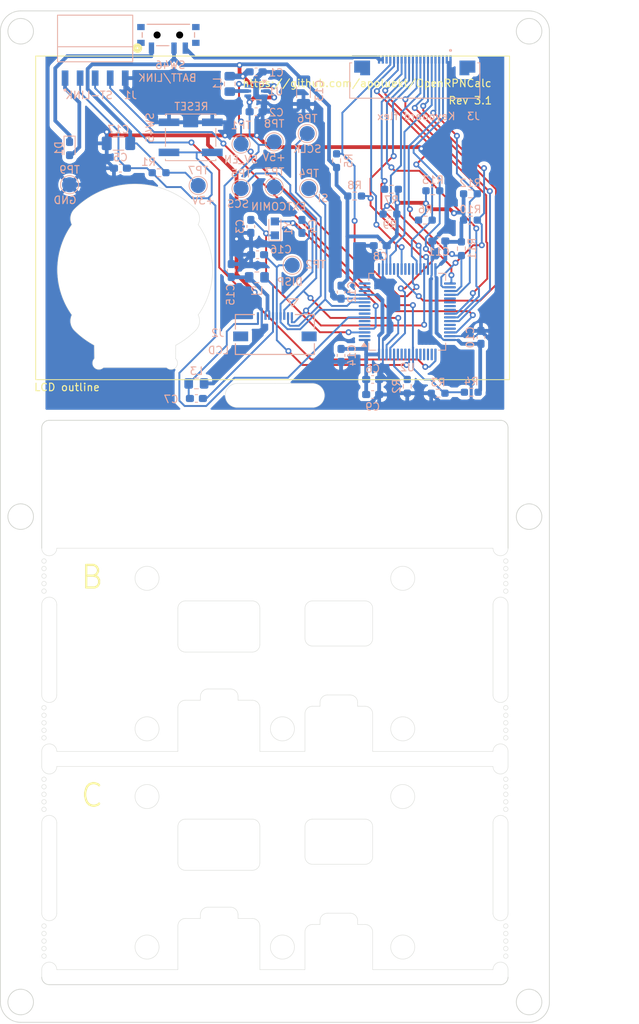
<source format=kicad_pcb>
(kicad_pcb (version 20221018) (generator pcbnew)
  (title_block (comment 4 "AISLER Project ID: HNLQYLIR"))
  (layers (0 "F.Cu" signal) (31 "B.Cu" signal) (34 "B.Paste" user) (35 "F.Paste" user) (36 "B.SilkS" user "B.Silkscreen") (37 "F.SilkS" user "F.Silkscreen") (38 "B.Mask" user) (39 "F.Mask" user) (44 "Edge.Cuts" user))
  (net 0 "")
  (net 1 "GND")
  (net 2 "+BATT")
  (net 3 "+5V")
  (net 4 "/NRST")
  (net 5 "/SWCLK")
  (net 6 "/SWDIO")
  (net 7 "/DISP")
  (net 8 "/EXTCOMIN")
  (net 9 "/SCS")
  (net 10 "/SI")
  (net 11 "/SCLK")
  (net 12 "/CELL")
  (net 13 "/kh1")
  (net 14 "/kv1")
  (net 15 "/kv2")
  (net 16 "/kv3")
  (net 17 "/kv4")
  (net 18 "/kv5")
  (net 19 "/kh2")
  (net 20 "/kh3")
  (net 21 "/kh4")
  (net 22 "/kh5")
  (net 23 "/kv6")
  (net 24 "/kh6")
  (net 25 "/kh7")
  (net 26 "/kh8")
  (net 27 "/5V_EN")
  (net 28 "Net-(U2-PC14)")
  (net 29 "Net-(U2-PC15)")
  (net 30 "Net-(J2-Pin_6)")
  (net 31 "Net-(J2-Pin_10)")
  (net 32 "Net-(D1-K)")
  (net 33 "Net-(U1-L)")
  (net 34 "Net-(U2-BOOT0)")
  (net 35 "Net-(D1-A)")
  (net 36 "/I2C_SDA")
  (net 37 "/I2C_SCL")
  (net 38 "/kh9")
  (net 43 "/kv7")
  (net 44 "/USB_DP")
  (net 45 "/USB_DM")
  (net 53 "/USART_RX")
  (net 54 "/USART_TX")
  (net 56 "/ADCIN")
  (net 59 "/OSC2")
  (net 60 "/OSC1")
  (net 62 "/ON")
  (footprint "Resistor_SMD:R_0603_1608Metric_Pad0.98x0.95mm_HandSolder" (layer "B.Cu") (at 108.2 49.9 -90)
    (fp_text reference "R5")
    (fp_text value "1M")
  )
  (footprint "Capacitor_SMD:C_0603_1608Metric_Pad1.08x0.95mm_HandSolder" (layer "B.Cu") (at 94.2 64.5 90)
    (fp_text reference "C15")
    (fp_text value "1 uF")
  )
  (footprint "Resistor_SMD:R_0603_1608Metric_Pad0.98x0.95mm_HandSolder" (layer "B.Cu") (at 84.6 51.5 180)
    (fp_text reference "R1")
    (fp_text value "10k")
  )
  (footprint "Diode_SMD:D_0603_1608Metric_Pad1.05x0.95mm_HandSolder" (layer "B.Cu") (at 72.7 48.3 -90)
    (fp_text reference "D1")
    (fp_text value "NSR0340HT1G")
  )
  (footprint "Capacitor_SMD:C_0603_1608Metric_Pad1.08x0.95mm_HandSolder" (layer "B.Cu") (at 79.4625 50.9 180)
    (fp_text reference "C5")
    (fp_text value "100 nF")
  )
  (footprint "Resistor_SMD:R_0603_1608Metric_Pad0.98x0.95mm_HandSolder" (layer "B.Cu") (at 121 53.9 180)
    (fp_text reference "R13")
    (fp_text value "1M")
  )
  (footprint "Inductor_SMD:L_0805_2012Metric_Pad1.15x1.40mm_HandSolder" (layer "B.Cu") (at 94 39.7 -90)
    (fp_text reference "L1")
    (fp_text value "4.7 uH")
  )
  (footprint "TestPoint:TestPoint_Pad_D2.0mm" (layer "B.Cu") (at 72.7 53.1 180)
    (fp_text reference "TP9")
    (fp_text value "GND")
  )
  (footprint "TestPoint:TestPoint_Pad_D2.0mm" (layer "B.Cu") (at 99.9 47.4 180)
    (fp_text reference "TP8")
    (fp_text value "+5V")
  )
  (footprint "Capacitor_SMD:C_0603_1608Metric_Pad1.08x0.95mm_HandSolder" (layer "B.Cu") (at 121.8 60.575)
    (fp_text reference "C11")
    (fp_text value "100 nF")
  )
  (footprint "Capacitor_SMD:C_0603_1608Metric_Pad1.08x0.95mm_HandSolder" (layer "B.Cu") (at 127.4 73.375 -90)
    (fp_text reference "C10")
    (fp_text value "100 nF")
  )
  (footprint "OpenRPNCalc:SW_SPST_EVQQ2" (layer "B.Cu") (at 88.8 46.8)
    (fp_text reference "SW45")
    (fp_text value "EVQQ2P03W")
  )
  (footprint "Resistor_SMD:R_0603_1608Metric_Pad0.98x0.95mm_HandSolder" (layer "B.Cu") (at 126.110536 80.671475 180)
    (fp_text reference "R4")
    (fp_text value "10M")
  )
  (footprint "Resistor_SMD:R_0603_1608Metric_Pad0.98x0.95mm_HandSolder" (layer "B.Cu") (at 124.8 61.6 90)
    (fp_text reference "R11")
    (fp_text value "1M")
  )
  (footprint "Inductor_SMD:L_0805_2012Metric_Pad1.15x1.40mm_HandSolder" (layer "B.Cu") (at 97.6 65.4)
    (fp_text reference "L2")
    (fp_text value "4.7 uH")
  )
  (footprint "TestPoint:TestPoint_Pad_D2.0mm" (layer "B.Cu") (at 99.9 53.4 180)
    (fp_text reference "TP3")
    (fp_text value "EXTCOMIN")
  )
  (footprint "Capacitor_SMD:C_0603_1608Metric_Pad1.08x0.95mm_HandSolder" (layer "B.Cu") (at 108.8 67.375 90)
    (fp_text reference "C12")
    (fp_text value "100 nF")
  )
  (footprint "Resistor_SMD:R_0603_1608Metric_Pad0.98x0.95mm_HandSolder" (layer "B.Cu") (at 120 57.8 180)
    (fp_text reference "R6")
    (fp_text value "1M")
  )
  (footprint "Capacitor_SMD:C_1206_3216Metric_Pad1.33x1.80mm_HandSolder" (layer "B.Cu") (at 79.2 47.6 180)
    (fp_text reference "C17")
    (fp_text value "100 uF")
  )
  (footprint "Capacitor_SMD:C_0603_1608Metric_Pad1.08x0.95mm_HandSolder" (layer "B.Cu") (at 108.8 75.775 90)
    (fp_text reference "C14")
    (fp_text value "100 nF")
  )
  (footprint "OpenRPNCalc_rev3:AMPHENOL_F32R-1A7H1-11020" (layer "B.Cu") (at 118.6 39.25 180)
    (fp_text reference "J3")
    (fp_text value "F32R-1A7H1-11020")
  )
  (footprint "Resistor_SMD:R_0603_1608Metric_Pad0.98x0.95mm_HandSolder" (layer "B.Cu") (at 117.6 79.8875 -90)
    (fp_text reference "R2")
    (fp_text value "10k")
  )
  (footprint "TestPoint:TestPoint_Pad_D2.0mm" (layer "B.Cu") (at 89.8 53.2 180)
    (fp_text reference "TP7")
    (fp_text value "+3V")
  )
  (footprint "Resistor_SMD:R_0603_1608Metric_Pad0.98x0.95mm_HandSolder" (layer "B.Cu") (at 126 54.3 180)
    (fp_text reference "R12")
    (fp_text value "1M")
  )
  (footprint "OpenRPNCalc_rev3:HARWIN_M22-5330505" (layer "B.Cu") (at 76.1 35.7625)
    (fp_text reference "J1")
    (fp_text value "HARWIN M22-5330505")
  )
  (footprint "Package_TO_SOT_SMD:Texas_R-PDSO-G6" (layer "B.Cu") (at 97.5 40.65 180)
    (fp_text reference "U1")
    (fp_text value "TPS61222DCK")
  )
  (footprint "Capacitor_SMD:C_0603_1608Metric_Pad1.08x0.95mm_HandSolder" (layer "B.Cu") (at 97.5 38.1)
    (fp_text reference "C1")
    (fp_text value "10 uF")
  )
  (footprint "Capacitor_SMD:C_0603_1608Metric_Pad1.08x0.95mm_HandSolder" (layer "B.Cu") (at 97.7 62.4 180)
    (fp_text reference "C16")
    (fp_text value "560 pF")
  )
  (footprint "Capacitor_SMD:C_0603_1608Metric_Pad1.08x0.95mm_HandSolder" (layer "B.Cu") (at 114 61.2)
    (fp_text reference "C8")
    (fp_text value "100 nF")
  )
  (footprint "Resistor_SMD:R_0603_1608Metric_Pad0.98x0.95mm_HandSolder" (layer "B.Cu") (at 126 57.8 180)
    (fp_text reference "R10")
    (fp_text value "1M")
  )
  (footprint "Package_QFP:LQFP-64_10x10mm_P0.5mm" (layer "B.Cu") (at 117.6 69.975)
    (fp_text reference "U2")
    (fp_text value "STM32L476RETx")
  )
  (footprint "Capacitor_SMD:C_0603_1608Metric_Pad1.08x0.95mm_HandSolder" (layer "B.Cu") (at 89.5625 81.5 180)
    (fp_text reference "C7")
    (fp_text value "1 uF")
  )
  (footprint "TestPoint:TestPoint_Pad_D2.0mm" (layer "B.Cu") (at 104.3 46.3 180)
    (fp_text reference "TP6")
    (fp_text value "SCLK")
  )
  (footprint "Capacitor_SMD:C_0603_1608Metric_Pad1.08x0.95mm_HandSolder" (layer "B.Cu") (at 113 80.975 180)
    (fp_text reference "C9")
    (fp_text value "10 uF")
  )
  (footprint "TestPoint:TestPoint_Pad_D2.0mm" (layer "B.Cu") (at 102.3 63.8 180)
    (fp_text reference "TP2")
    (fp_text value "DISP")
  )
  (footprint "Crystal:Crystal_SMD_2012-2Pin_2.0x1.2mm_HandSoldering" (layer "B.Cu") (at 100 58.9 90)
    (fp_text reference "Y1")
    (fp_text value "32768 Hz")
  )
  (footprint "OpenRPNCalc_rev3:CON_5051101092_MOL" (layer "B.Cu") (at 100 73 180)
    (fp_text reference "J2")
    (fp_text value "Molex 5051101092")
  )
  (footprint "Resistor_SMD:R_0603_1608Metric_Pad0.98x0.95mm_HandSolder" (layer "B.Cu") (at 115.3 57)
    (fp_text reference "R9")
    (fp_text value "1M")
  )
  (footprint "TestPoint:TestPoint_Pad_D2.0mm" (layer "B.Cu") (at 95.5 47.7 180)
    (fp_text reference "TP1")
    (fp_text value "5V_EN")
  )
  (footprint "Capacitor_SMD:C_0603_1608Metric_Pad1.08x0.95mm_HandSolder" (layer "B.Cu") (at 97.5 43.4)
    (fp_text reference "C2")
    (fp_text value "10 uF")
  )
  (footprint "Resistor_SMD:R_0603_1608Metric_Pad0.98x0.95mm_HandSolder" (layer "B.Cu") (at 110.6 54.6 180)
    (fp_text reference "R8")
    (fp_text value "1M")
  )
  (footprint "Inductor_SMD:L_0805_2012Metric_Pad1.15x1.40mm_HandSolder" (layer "B.Cu") (at 89.5625 79.5 180)
    (fp_text reference "L3")
    (fp_text value "4.7 uH")
  )
  (footprint "Capacitor_SMD:C_0603_1608Metric_Pad1.08x0.95mm_HandSolder" (layer "B.Cu") (at 96.8 58.6375 -90)
    (fp_text reference "C3")
    (fp_text value "47 pF")
  )
  (footprint "Resistor_SMD:R_0603_1608Metric_Pad0.98x0.95mm_HandSolder" (layer "B.Cu") (at 115.5 53.7)
    (fp_text reference "R7")
    (fp_text value "1M")
  )
  (footprint "Capacitor_SMD:C_1206_3216Metric_Pad1.33x1.80mm_HandSolder" (layer "B.Cu") (at 103.8 40.8 -90)
    (fp_text reference "C13")
    (fp_text value "100 uF")
  )
  (footprint "OpenRPNCalc_rev3:CUS-12TB_NDC" (layer "B.Cu") (at 85.8372 33.2)
    (fp_text reference "SW46")
    (fp_text value "Nidec CUS-12TB")
  )
  (footprint "Resistor_SMD:R_0603_1608Metric_Pad0.98x0.95mm_HandSolder" (layer "B.Cu") (at 121.7 80.8 180)
    (fp_text reference "R3")
    (fp_text value "10M")
  )
  (footprint "TestPoint:TestPoint_Pad_D2.0mm" (layer "B.Cu") (at 104.5 53.6 180)
    (fp_text reference "TP4")
    (fp_text value "SI")
  )
  (footprint "TestPoint:TestPoint_Pad_D2.0mm" (layer "B.Cu") (at 95.5 53.6 180)
    (fp_text reference "TP5")
    (fp_text value "SCS")
  )
  (footprint "Capacitor_SMD:C_0603_1608Metric_Pad1.08x0.95mm_HandSolder" (layer "B.Cu") (at 113 78.975 180)
    (fp_text reference "C6")
    (fp_text value "100 nF")
  )
  (footprint "Capacitor_SMD:C_0603_1608Metric_Pad1.08x0.95mm_HandSolder" (layer "B.Cu") (at 103.6 58.6375 90)
    (fp_text reference "C4")
    (fp_text value "47 pF")
  )
  (gr_rect (start 68.195712 36) (end 131.195712 79) (stroke (width 0.12)) (fill none) (layer "F.SilkS"))
  (gr_circle (center 130.7 104.1) (end 130.7 103.8) (stroke (width 0.05)) (fill none) (layer "Edge.Cuts"))
  (gr_circle (center 117 154.4) (end 118.6 154.4) (stroke (width 0.05)) (fill none) (layer "Edge.Cuts"))
  (gr_line (start 100 79.5) (end 95 79.5) (stroke (width 0.05)) (layer "Edge.Cuts"))
  (gr_line (start 113 157.4) (end 129 157.4) (stroke (width 0.05)) (layer "Edge.Cuts"))
  (gr_line (start 111 121.9) (end 111 122.4) (stroke (width 0.05)) (layer "Edge.Cuts"))
  (gr_arc (start 89.461017 72.461017) (mid 88.210457 73.542082) (end 86.816697 74.430921) (stroke (width 0.05)) (layer "Edge.Cuts"))
  (gr_line (start 91.100001 120.100001) (end 94.099999 120.100001) (stroke (width 0.05)) (layer "Edge.Cuts"))
  (gr_line (start 98 128.4) (end 104 128.4) (stroke (width 0.05)) (layer "Edge.Cuts"))
  (gr_arc (start 96.999999 150.600001) (mid 97.707106 150.892894) (end 97.999999 151.600001) (stroke (width 0.05)) (layer "Edge.Cuts"))
  (gr_arc (start 91.720214 64.4) (mid 91.22715 67.551814) (end 89.795074 70.402463) (stroke (width 0.05)) (layer "Edge.Cuts"))
  (gr_circle (center 69.3 123.6) (end 69.3 123.3) (stroke (width 0.05)) (fill none) (layer "Edge.Cuts"))
  (gr_line (start 81.4 77.4) (end 77.2 77.4) (stroke (width 0.05)) (layer "Edge.Cuts"))
  (gr_line (start 106 121.9) (end 106 122.4) (stroke (width 0.05)) (layer "Edge.Cuts"))
  (gr_circle (center 69.3 136.1) (end 69.3 135.8) (stroke (width 0.05)) (fill none) (layer "Edge.Cuts"))
  (gr_line (start 95.099999 121.100001) (end 95.1 121.6) (stroke (width 0.05)) (layer "Edge.Cuts"))
  (gr_line (start 69 157.4) (end 69 158.4) (stroke (width 0.05)) (layer "Edge.Cuts"))
  (gr_arc (start 73.338983 56.338983) (mid 77.037409 53.867774) (end 81.4 53) (stroke (width 0.05)) (layer "Edge.Cuts"))
  (gr_arc (start 129 128.4) (mid 130 127.4) (end 131 128.4) (stroke (width 0.05)) (layer "Edge.Cuts"))
  (gr_arc (start 104.000007 109.400007) (mid 104.292898 108.692898) (end 105.000007 108.400007) (stroke (width 0.05)) (layer "Edge.Cuts"))
  (gr_arc (start 63.5 32.7) (mid 64.290812 30.790812) (end 66.2 30) (stroke (width 0.1)) (layer "Edge.Cuts"))
  (gr_line (start 100 82.7) (end 105 82.7) (stroke (width 0.05)) (layer "Edge.Cuts"))
  (gr_line (start 113 123.4) (end 113 128.4) (stroke (width 0.05)) (layer "Edge.Cuts"))
  (gr_arc (start 105.000007 143.399993) (mid 104.292898 143.107102) (end 104.000007 142.399993) (stroke (width 0.05)) (layer "Edge.Cuts"))
  (gr_arc (start 112.999993 113.399993) (mid 112.707102 114.107102) (end 111.999993 114.399993) (stroke (width 0.05)) (layer "Edge.Cuts"))
  (gr_circle (center 130.7 155.6) (end 130.7 155.3) (stroke (width 0.05)) (fill none) (layer "Edge.Cuts"))
  (gr_circle (center 130.7 103.1) (end 130.7 102.8) (stroke (width 0.05)) (fill none) (layer "Edge.Cuts"))
  (gr_line (start 95.099999 150.100001) (end 95.1 150.6) (stroke (width 0.05)) (layer "Edge.Cuts"))
  (gr_circle (center 130.7 153.6) (end 130.7 153.3) (stroke (width 0.05)) (fill none) (layer "Edge.Cuts"))
  (gr_line (start 87.100001 151.600001) (end 87.1 157.4) (stroke (width 0.05)) (layer "Edge.Cuts"))
  (gr_line (start 112.999993 138.400007) (end 112.999993 142.399993) (stroke (width 0.05)) (layer "Edge.Cuts"))
  (gr_arc (start 106 150.9) (mid 106.292893 150.192893) (end 107 149.9) (stroke (width 0.05)) (layer "Edge.Cuts"))
  (gr_circle (center 69.3 105.1) (end 69.3 104.8) (stroke (width 0.05)) (fill none) (layer "Edge.Cuts"))
  (gr_circle (center 69.3 151.6) (end 69.3 151.3) (stroke (width 0.05)) (fill none) (layer "Edge.Cuts"))
  (gr_line (start 131 137.9) (end 131 149.9) (stroke (width 0.05)) (layer "Edge.Cuts"))
  (gr_circle (center 83 105.4) (end 84.6 105.4) (stroke (width 0.05)) (fill none) (layer "Edge.Cuts"))
  (gr_arc (start 73.338983 72.461017) (mid 72.83968 71.485661) (end 73.004926 70.402463) (stroke (width 0.05)) (layer "Edge.Cuts"))
  (gr_arc (start 90.100001 121.100001) (mid 90.392894 120.392894) (end 91.100001 120.100001) (stroke (width 0.05)) (layer "Edge.Cuts"))
  (gr_circle (center 69.3 135.1) (end 69.3 134.8) (stroke (width 0.05)) (fill none) (layer "Edge.Cuts"))
  (gr_line (start 104.000007 138.400007) (end 104.000007 142.399993) (stroke (width 0.05)) (layer "Edge.Cuts"))
  (gr_line (start 71 128.4) (end 87.1 128.4) (stroke (width 0.05)) (layer "Edge.Cuts"))
  (gr_circle (center 66.2 97.2) (end 66.2 98.9) (stroke (width 0.1)) (fill none) (layer "Edge.Cuts"))
  (gr_arc (start 87.100001 151.600001) (mid 87.392894 150.892894) (end 88.100001 150.600001) (stroke (width 0.05)) (layer "Edge.Cuts"))
  (gr_arc (start 77.2 77.4) (mid 76 77.4) (end 76 76.2) (stroke (width 0.05)) (layer "Edge.Cuts"))
  (gr_line (start 105.000007 137.400007) (end 111.999993 137.400007) (stroke (width 0.05)) (layer "Edge.Cuts"))
  (gr_arc (start 131 149.9) (mid 130 150.9) (end 129 149.9) (stroke (width 0.05)) (layer "Edge.Cuts"))
  (gr_circle (center 130.7 122.6) (end 130.7 122.3) (stroke (width 0.05)) (fill none) (layer "Edge.Cuts"))
  (gr_arc (start 111.999993 137.400007) (mid 112.707102 137.692898) (end 112.999993 138.400007) (stroke (width 0.05)) (layer "Edge.Cuts"))
  (gr_arc (start 89.795077 58.397537) (mid 91.227154 61.248186) (end 91.720217 64.4) (stroke (width 0.05)) (layer "Edge.Cuts"))
  (gr_arc (start 96.999993 108.400007) (mid 97.707102 108.692898) (end 97.999993 109.400007) (stroke (width 0.05)) (layer "Edge.Cuts"))
  (gr_circle (center 133.8 32.7) (end 133.8 34.4) (stroke (width 0.1)) (fill none) (layer "Edge.Cuts"))
  (gr_arc (start 131 101.4) (mid 130 102.4) (end 129 101.4) (stroke (width 0.05)) (layer "Edge.Cuts"))
  (gr_line (start 113 128.4) (end 129 128.4) (stroke (width 0.05)) (layer "Edge.Cuts"))
  (gr_circle (center 130.7 132.1) (end 130.7 131.8) (stroke (width 0.05)) (fill none) (layer "Edge.Cuts"))
  (gr_arc (start 88.1 144.2) (mid 87.392893 143.907107) (end 87.1 143.2) (stroke (width 0.05)) (layer "Edge.Cuts"))
  (gr_line (start 88.1 115.2) (end 97 115.2) (stroke (width 0.05)) (layer "Edge.Cuts"))
  (gr_line (start 71 108.9) (end 71 120.9) (stroke (width 0.05)) (layer "Edge.Cuts"))
  (gr_circle (center 66.2 161.7) (end 66.2 163.4) (stroke (width 0.1)) (fill none) (layer "Edge.Cuts"))
  (gr_arc (start 71 101.4) (mid 70 102.4) (end 69 101.4) (stroke (width 0.05)) (layer "Edge.Cuts"))
  (gr_circle (center 69.3 106.1) (end 69.3 105.8) (stroke (width 0.05)) (fill none) (layer "Edge.Cuts"))
  (gr_line (start 87.100007 138.400007) (end 87.1 143.2) (stroke (width 0.05)) (layer "Edge.Cuts"))
  (gr_arc (start 87.100001 122.600001) (mid 87.392894 121.892894) (end 88.100001 121.600001) (stroke (width 0.05)) (layer "Edge.Cuts"))
  (gr_line (start 111.999993 143.399993) (end 105.000007 143.399993) (stroke (width 0.05)) (layer "Edge.Cuts"))
  (gr_arc (start 131 130.4) (mid 130 131.4) (end 129 130.4) (stroke (width 0.05)) (layer "Edge.Cuts"))
  (gr_arc (start 70 159.4) (mid 69.292893 159.107107) (end 69 158.4) (stroke (width 0.1)) (layer "Edge.Cuts"))
  (gr_circle (center 130.7 134.1) (end 130.7 133.8) (stroke (width 0.05)) (fill none) (layer "Edge.Cuts"))
  (gr_arc (start 66.2 164.4) (mid 64.290812 163.609188) (end 63.5 161.7) (stroke (width 0.1)) (layer "Edge.Cuts"))
  (gr_line (start 87.100008 109.400008) (end 87.1 114.2) (stroke (width 0.05)) (layer "Edge.Cuts"))
  (gr_line (start 95.1 121.6) (end 96.999999 121.600001) (stroke (width 0.05)) (layer "Edge.Cuts"))
  (gr_line (start 88.1 144.2) (end 97 144.2) (stroke (width 0.05)) (layer "Edge.Cuts"))
  (gr_line (start 111 151.4) (end 112 151.4) (stroke (width 0.05)) (layer "Edge.Cuts"))
  (gr_arc (start 98 114.2) (mid 97.707107 114.907107) (end 97 115.2) (stroke (width 0.05)) (layer "Edge.Cuts"))
  (gr_line (start 105 122.4) (end 106 122.4) (stroke (width 0.05)) (layer "Edge.Cuts"))
  (gr_line (start 113 152.4) (end 113 157.4) (stroke (width 0.05)) (layer "Edge.Cuts"))
  (gr_arc (start 69 137.9) (mid 70 136.9) (end 71 137.9) (stroke (width 0.05)) (layer "Edge.Cuts"))
  (gr_line (start 136.5 32.7) (end 136.5 161.7) (stroke (width 0.1)) (layer "Edge.Cuts"))
  (gr_line (start 104.000007 109.400007) (end 104.000007 113.399993) (stroke (width 0.05)) (layer "Edge.Cuts"))
  (gr_line (start 107 149.9) (end 110 149.9) (stroke (width 0.05)) (layer "Edge.Cuts"))
  (gr_arc (start 112.999993 142.399993) (mid 112.707102 143.107102) (end 111.999993 143.399993) (stroke (width 0.05)) (layer "Edge.Cuts"))
  (gr_line (start 98 143.2) (end 97.999993 138.400007) (stroke (width 0.05)) (layer "Edge.Cuts"))
  (gr_circle (center 69.3 155.6) (end 69.3 155.3) (stroke (width 0.05)) (fill none) (layer "Edge.Cuts"))
  (gr_circle (center 133.8 161.7) (end 133.8 163.4) (stroke (width 0.1)) (fill none) (layer "Edge.Cuts"))
  (gr_line (start 87.100001 122.600001) (end 87.1 128.4) (stroke (width 0.05)) (layer "Edge.Cuts"))
  (gr_line (start 111 122.4) (end 112 122.4) (stroke (width 0.05)) (layer "Edge.Cuts"))
  (gr_circle (center 117 134.4) (end 118.6 134.4) (stroke (width 0.05)) (fill none) (layer "Edge.Cuts"))
  (gr_arc (start 95 82.7) (mid 93.4 81.1) (end 95 79.5) (stroke (width 0.05)) (layer "Edge.Cuts"))
  (gr_arc (start 69 108.9) (mid 70 107.9) (end 71 108.9) (stroke (width 0.05)) (layer "Edge.Cuts"))
  (gr_arc (start 94.099999 120.100001) (mid 94.807106 120.392894) (end 95.099999 121.100001) (stroke (width 0.05)) (layer "Edge.Cuts"))
  (gr_arc (start 98 143.2) (mid 97.707107 143.907107) (end 97 144.2) (stroke (width 0.05)) (layer "Edge.Cuts"))
  (gr_circle (center 83 134.4) (end 84.6 134.4) (stroke (width 0.05)) (fill none) (layer "Edge.Cuts"))
  (gr_line (start 98 114.2) (end 97.999993 109.400007) (stroke (width 0.05)) (layer "Edge.Cuts"))
  (gr_circle (center 69.3 107.1) (end 69.3 106.8) (stroke (width 0.05)) (fill none) (layer "Edge.Cuts"))
  (gr_arc (start 105.000007 114.399993) (mid 104.292898 114.107102) (end 104.000007 113.399993) (stroke (width 0.05)) (layer "Edge.Cuts"))
  (gr_arc (start 129 157.4) (mid 130 156.4) (end 131 157.4) (stroke (width 0.05)) (layer "Edge.Cuts"))
  (gr_line (start 129 149.9) (end 129 137.9) (stroke (width 0.05)) (layer "Edge.Cuts"))
  (gr_circle (center 69.3 152.6) (end 69.3 152.3) (stroke (width 0.05)) (fill none) (layer "Edge.Cuts"))
  (gr_arc (start 69 85.4) (mid 69.292893 84.692893) (end 70 84.4) (stroke (width 0.1)) (layer "Edge.Cuts"))
  (gr_arc (start 90.100001 150.100001) (mid 90.392894 149.392894) (end 91.100001 149.100001) (stroke (width 0.05)) (layer "Edge.Cuts"))
  (gr_arc (start 96.999999 121.600001) (mid 97.707106 121.892894) (end 97.999999 122.600001) (stroke (width 0.05)) (layer "Edge.Cuts"))
  (gr_line (start 100 79.5) (end 105 79.5) (stroke (width 0.05)) (layer "Edge.Cuts"))
  (gr_line (start 133.8 164.4) (end 66.2 164.4) (stroke (width 0.1)) (layer "Edge.Cuts"))
  (gr_arc (start 136.5 161.7) (mid 135.709188 163.609188) (end 133.8 164.4) (stroke (width 0.1)) (layer "Edge.Cuts"))
  (gr_arc (start 96.999993 137.400007) (mid 97.707102 137.692898) (end 97.999993 138.400007) (stroke (width 0.05)) (layer "Edge.Cuts"))
  (gr_arc (start 110 120.9) (mid 110.707107 121.192893) (end 111 121.9) (stroke (width 0.05)) (layer "Edge.Cuts"))
  (gr_arc (start 104.000007 138.400007) (mid 104.292898 137.692898) (end 105.000007 137.400007) (stroke (width 0.05)) (layer "Edge.Cuts"))
  (gr_circle (center 130.7 106.1) (end 130.7 105.8) (stroke (width 0.05)) (fill none) (layer "Edge.Cuts"))
  (gr_arc (start 106 121.9) (mid 106.292893 121.192893) (end 107 120.9) (stroke (width 0.05)) (layer "Edge.Cuts"))
  (gr_line (start 69 108.9) (end 69 120.9) (stroke (width 0.05)) (layer "Edge.Cuts"))
  (gr_circle (center 83 154.4) (end 84.6 154.4) (stroke (width 0.05)) (fill none) (layer "Edge.Cuts"))
  (gr_arc (start 105 79.5) (mid 106.6 81.1) (end 105 82.7) (stroke (width 0.05)) (layer "Edge.Cuts"))
  (gr_line (start 100 82.7) (end 95 82.7) (stroke (width 0.05)) (layer "Edge.Cuts"))
  (gr_line (start 71 137.9) (end 71 149.9) (stroke (width 0.05)) (layer "Edge.Cuts"))
  (gr_line (start 95.1 150.6) (end 96.999999 150.600001) (stroke (width 0.05)) (layer "Edge.Cuts"))
  (gr_line (start 70 84.4) (end 130 84.4) (stroke (width 0.1)) (layer "Edge.Cuts"))
  (gr_circle (center 66.2 32.7) (end 66.2 34.4) (stroke (width 0.1)) (fill none) (layer "Edge.Cuts"))
  (gr_circle (center 69.3 124.6) (end 69.3 124.3) (stroke (width 0.05)) (fill none) (layer "Edge.Cuts"))
  (gr_circle (center 130.7 154.6) (end 130.7 154.3) (stroke (width 0.05)) (fill none) (layer "Edge.Cuts"))
  (gr_circle (center 69.3 153.6) (end 69.3 153.3) (stroke (width 0.05)) (fill none) (layer "Edge.Cuts"))
  (gr_line (start 91.100001 149.100001) (end 94.099999 149.100001) (stroke (width 0.05)) (layer "Edge.Cuts"))
  (gr_line (start 129 130.4) (end 71 130.4) (stroke (width 0.05)) (layer "Edge.Cuts"))
  (gr_circle (center 130.7 105.1) (end 130.7 104.8) (stroke (width 0.05)) (fill none) (layer "Edge.Cuts"))
  (gr_circle (center 69.3 103.1) (end 69.3 102.8) (stroke (width 0.05)) (fill none) (layer "Edge.Cuts"))
  (gr_circle (center 130.7 152.6) (end 130.7 152.3) (stroke (width 0.05)) (fill none) (layer "Edge.Cuts"))
  (gr_arc (start 86.8 76.2) (mid 86.8 77.4) (end 85.6 77.4) (stroke (width 0.05)) (layer "Edge.Cuts"))
  (gr_line (start 98 157.4) (end 104 157.4) (stroke (width 0.05)) (layer "Edge.Cuts"))
  (gr_circle (center 130.7 123.6) (end 130.7 123.3) (stroke (width 0.05)) (fill none) (layer "Edge.Cuts"))
  (gr_line (start 90.1 150.6) (end 88.100001 150.600001) (stroke (width 0.05)) (layer "Edge.Cuts"))
  (gr_line (start 129 120.9) (end 129 108.9) (stroke (width 0.05)) (layer "Edge.Cuts"))
  (gr_line (start 105.000007 108.400007) (end 111.999993 108.400007) (stroke (width 0.05)) (layer "Edge.Cuts"))
  (gr_arc (start 133.8 30) (mid 135.709188 30.790812) (end 136.5 32.7) (stroke (width 0.1)) (layer "Edge.Cuts"))
  (gr_circle (center 69.3 126.6) (end 69.3 126.3) (stroke (width 0.05)) (fill none) (layer "Edge.Cuts"))
  (gr_line (start 69 101.4) (end 69 85.4) (stroke (width 0.1)) (layer "Edge.Cuts"))
  (gr_circle (center 83 125.4) (end 84.6 125.4) (stroke (width 0.05)) (fill none) (layer "Edge.Cuts"))
  (gr_arc (start 71 120.9) (mid 70 121.9) (end 69 120.9) (stroke (width 0.05)) (layer "Edge.Cuts"))
  (gr_line (start 86.816697 74.430921) (end 86.8 76.2) (stroke (width 0.05)) (layer "Edge.Cuts"))
  (gr_arc (start 69 128.4) (mid 70 127.4) (end 71 128.4) (stroke (width 0.05)) (layer "Edge.Cuts"))
  (gr_circle (center 130.7 124.6) (end 130.7 124.3) (stroke (width 0.05)) (fill none) (layer "Edge.Cuts"))
  (gr_line (start 71 157.4) (end 87.1 157.4) (stroke (width 0.05)) (layer "Edge.Cuts"))
  (gr_arc (start 112 122.4) (mid 112.707107 122.692893) (end 113 123.4) (stroke (width 0.05)) (layer "Edge.Cuts"))
  (gr_circle (center 69.3 134.1) (end 69.3 133.8) (stroke (width 0.05)) (fill none) (layer "Edge.Cuts"))
  (gr_line (start 105 151.4) (end 106 151.4) (stroke (width 0.05)) (layer "Edge.Cuts"))
  (gr_arc (start 71 149.9) (mid 70 150.9) (end 69 149.9) (stroke (width 0.05)) (layer "Edge.Cuts"))
  (gr_arc (start 131 120.9) (mid 130 121.9) (end 129 120.9) (stroke (width 0.05)) (layer "Edge.Cuts"))
  (gr_arc (start 110 149.9) (mid 110.707107 150.192893) (end 111 150.9) (stroke (width 0.05)) (layer "Edge.Cuts"))
  (gr_line (start 131 108.9) (end 131 120.9) (stroke (width 0.05)) (layer "Edge.Cuts"))
  (gr_line (start 88.100007 137.400007) (end 96.999993 137.400007) (stroke (width 0.05)) (layer "Edge.Cuts"))
  (gr_arc (start 69 157.4) (mid 70 156.4) (end 71 157.4) (stroke (width 0.05)) (layer "Edge.Cuts"))
  (gr_line (start 107 120.9) (end 110 120.9) (stroke (width 0.05)) (layer "Edge.Cuts"))
  (gr_line (start 130 159.4) (end 70 159.4) (stroke (width 0.1)) (layer "Edge.Cuts"))
  (gr_line (start 131 157.4) (end 131 158.4) (stroke (width 0.05)) (layer "Edge.Cuts"))
  (gr_line (start 66.2 30) (end 133.8 30) (stroke (width 0.1)) (layer "Edge.Cuts"))
  (gr_circle (center 130.7 151.6) (end 130.7 151.3) (stroke (width 0.05)) (fill none) (layer "Edge.Cuts"))
  (gr_arc (start 130 84.4) (mid 130.707107 84.692893) (end 131 85.4) (stroke (width 0.1)) (layer "Edge.Cuts"))
  (gr_line (start 112.999993 109.400007) (end 112.999993 113.399993) (stroke (width 0.05)) (layer "Edge.Cuts"))
  (gr_line (start 75.983303 74.430921) (end 76 76.2) (stroke (width 0.05)) (layer "Edge.Cuts"))
  (gr_circle (center 69.3 154.6) (end 69.3 154.3) (stroke (width 0.05)) (fill none) (layer "Edge.Cuts"))
  (gr_arc (start 129 108.9) (mid 130 107.9) (end 131 108.9) (stroke (width 0.05)) (layer "Edge.Cuts"))
  (gr_line (start 97.999999 122.600001) (end 98 128.4) (stroke (width 0.05)) (layer "Edge.Cuts"))
  (gr_circle (center 130.7 107.1) (end 130.7 106.8) (stroke (width 0.05)) (fill none) (layer "Edge.Cuts"))
  (gr_circle (center 130.7 133.1) (end 130.7 132.8) (stroke (width 0.05)) (fill none) (layer "Edge.Cuts"))
  (gr_line (start 131 128.4) (end 131 130.4) (stroke (width 0.05)) (layer "Edge.Cuts"))
  (gr_arc (start 71 130.4) (mid 70 131.4) (end 69 130.4) (stroke (width 0.05)) (layer "Edge.Cuts"))
  (gr_line (start 90.100001 150.100001) (end 90.1 150.6) (stroke (width 0.05)) (layer "Edge.Cuts"))
  (gr_line (start 97.999999 151.600001) (end 98 157.4) (stroke (width 0.05)) (layer "Edge.Cuts"))
  (gr_circle (center 130.7 126.6) (end 130.7 126.3) (stroke (width 0.05)) (fill none) (layer "Edge.Cuts"))
  (gr_arc (start 87.100008 109.400008) (mid 87.392899 108.692899) (end 88.100008 108.400008) (stroke (width 0.05)) (layer "Edge.Cuts"))
  (gr_arc (start 73.004923 58.397537) (mid 72.839678 57.314339) (end 73.33898 56.338983) (stroke (width 0.05)) (layer "Edge.Cuts"))
  (gr_arc (start 75.983303 74.430921) (mid 74.589543 73.542082) (end 73.338983 72.461017) (stroke (width 0.05)) (layer "Edge.Cuts"))
  (gr_arc (start 81.4 53) (mid 85.762591 53.867773) (end 89.461017 56.338983) (stroke (width 0.05)) (layer "Edge.Cuts"))
  (gr_line (start 63.5 161.7) (end 63.5 32.7) (stroke (width 0.1)) (layer "Edge.Cuts"))
  (gr_line (start 129 101.4) (end 71 101.4) (stroke (width 0.05)) (layer "Edge.Cuts"))
  (gr_line (start 111 150.9) (end 111 151.4) (stroke (width 0.05)) (layer "Edge.Cuts"))
  (gr_circle (center 130.7 125.6) (end 130.7 125.3) (stroke (width 0.05)) (fill none) (layer "Edge.Cuts"))
  (gr_circle (center 69.3 133.1) (end 69.3 132.8) (stroke (width 0.05)) (fill none) (layer "Edge.Cuts"))
  (gr_circle (center 133.8 97.2) (end 133.8 98.9) (stroke (width 0.1)) (fill none) (layer "Edge.Cuts"))
  (gr_arc (start 104 123.4) (mid 104.292893 122.692893) (end 105 122.4) (stroke (width 0.05)) (layer "Edge.Cuts"))
  (gr_line (start 90.100001 121.100001) (end 90.1 121.6) (stroke (width 0.05)) (layer "Edge.Cuts"))
  (gr_circle (center 117 105.4) (end 118.6 105.4) (stroke (width 0.05)) (fill none) (layer "Edge.Cuts"))
  (gr_circle (center 130.7 136.1) (end 130.7 135.8) (stroke (width 0.05)) (fill none) (layer "Edge.Cuts"))
  (gr_circle (center 117 125.4) (end 118.6 125.4) (stroke (width 0.05)) (fill none) (layer "Edge.Cuts"))
  (gr_circle (center 130.7 135.1) (end 130.7 134.8) (stroke (width 0.05)) (fill none) (layer "Edge.Cuts"))
  (gr_line (start 90.1 121.6) (end 88.100001 121.600001) (stroke (width 0.05)) (layer "Edge.Cuts"))
  (gr_arc (start 87.100007 138.400007) (mid 87.392898 137.692898) (end 88.100007 137.400007) (stroke (width 0.05)) (layer "Edge.Cuts"))
  (gr_circle (center 101 125.4) (end 102.6 125.4) (stroke (width 0.05)) (fill none) (layer "Edge.Cuts"))
  (gr_line (start 88.107107 108.400007) (end 96.999993 108.400007) (stroke (width 0.05)) (layer "Edge.Cuts"))
  (gr_circle (center 69.3 132.1) (end 69.3 131.8) (stroke (width 0.05)) (fill none) (layer "Edge.Cuts"))
  (gr_arc (start 129 137.9) (mid 130 136.9) (end 131 137.9) (stroke (width 0.05)) (layer "Edge.Cuts"))
  (gr_arc (start 94.099999 149.100001) (mid 94.807106 149.392894) (end 95.099999 150.100001) (stroke (width 0.05)) (layer "Edge.Cuts"))
  (gr_circle (center 69.3 125.6) (end 69.3 125.3) (stroke (width 0.05)) (fill none) (layer "Edge.Cuts"))
  (gr_arc (start 71.079783 64.4) (mid 71.572846 61.248186) (end 73.004923 58.397537) (stroke (width 0.05)) (layer "Edge.Cuts"))
  (gr_arc (start 73.004926 70.402463) (mid 71.572849 67.551814) (end 71.079786 64.4) (stroke (width 0.05)) (layer "Edge.Cuts"))
  (gr_arc (start 131 158.4) (mid 130.707107 159.107107) (end 130 159.4) (stroke (width 0.1)) (layer "Edge.Cuts"))
  (gr_line (start 69 137.9) (end 69 149.9) (stroke (width 0.05)) (layer "Edge.Cuts"))
  (gr_circle (center 69.3 104.1) (end 69.3 103.8) (stroke (width 0.05)) (fill none) (layer "Edge.Cuts"))
  (gr_arc (start 111.999993 108.400007) (mid 112.707102 108.692898) (end 112.999993 109.400007) (stroke (width 0.05)) (layer "Edge.Cuts"))
  (gr_line (start 81.4 77.4) (end 85.6 77.4) (stroke (width 0.05)) (layer "Edge.Cuts"))
  (gr_line (start 131 85.4) (end 131 101.4) (stroke (width 0.1)) (layer "Edge.Cuts"))
  (gr_arc (start 104 152.4) (mid 104.292893 151.692893) (end 105 151.4) (stroke (width 0.05)) (layer "Edge.Cuts"))
  (gr_line (start 111.999993 114.399993) (end 105.000007 114.399993) (stroke (width 0.05)) (layer "Edge.Cuts"))
  (gr_line (start 104 123.4) (end 104 128.4) (stroke (width 0.05)) (layer "Edge.Cuts"))
  (gr_arc (start 89.795074 70.402463) (mid 89.960319 71.485661) (end 89.461017 72.461017) (stroke (width 0.05)) (layer "Edge.Cuts"))
  (gr_circle (center 69.3 122.6) (end 69.3 122.3) (stroke (width 0.05)) (fill none) (layer "Edge.Cuts"))
  (gr_line (start 69 128.4) (end 69 130.4) (stroke (width 0.05)) (layer "Edge.Cuts"))
  (gr_line (start 104 152.4) (end 104 157.4) (stroke (width 0.05)) (layer "Edge.Cuts"))
  (gr_arc (start 88.1 115.2) (mid 87.392893 114.907107) (end 87.1 114.2) (stroke (width 0.05)) (layer "Edge.Cuts"))
  (gr_arc (start 89.46102 56.338983) (mid 89.960322 57.314339) (end 89.795077 58.397537) (stroke (width 0.05)) (layer "Edge.Cuts"))
  (gr_circle (center 101 154.4) (end 102.6 154.4) (stroke (width 0.05)) (fill none) (layer "Edge.Cuts"))
  (gr_line (start 106 150.9) (end 106 151.4) (stroke (width 0.05)) (layer "Edge.Cuts"))
  (gr_arc (start 112 151.4) (mid 112.707107 151.692893) (end 113 152.4) (stroke (width 0.05)) (layer "Edge.Cuts"))
  (gr_text "C" (at 74 136) (layer "F.SilkS") (effects (font (size 3 3) (thickness 0.3)) (justify left bottom)))
  (gr_text "LCD outline" (at 67.9 80.6) (layer "F.SilkS") (effects (font (size 1 1)) (justify left bottom)))
  (gr_text "B" (at 74 107) (layer "F.SilkS") (effects (font (size 3 3) (thickness 0.3)) (justify left bottom)))
  (gr_text "https://github.com/apoluekt/OpenRPNCalc" (at 95.6 40.2) (layer "F.SilkS") (effects (font (size 1 1)) (justify left bottom)))
  (gr_text "Rev 3.1" (at 123 42.5) (layer "F.SilkS") (effects (font (size 1 1)) (justify left bottom)))
  (segment (start 94.9 51.6) (end 94.9 60.3) (width 0.5) (layer "F.Cu") (net 1))
  (segment (start 93.3819 46.5425) (end 97.6042 46.5425) (width 0.5) (layer "F.Cu") (net 1))
  (segment (start 91.1 46.5425) (end 93.3819 46.5425) (width 0.5) (layer "F.Cu") (net 1))
  (segment (start 91.1 47.8) (end 94.9 51.6) (width 0.5) (layer "F.Cu") (net 1))
  (segment (start 77.6375 46.0845) (end 78.0955 46.5425) (width 0.5) (layer "F.Cu") (net 1))
  (segment (start 94.9 65) (end 97.3 67.4) (width 0.5) (layer "F.Cu") (net 1))
  (segment (start 94.9 60.3) (end 94.9 65) (width 0.5) (layer "F.Cu") (net 1))
  (segment (start 91.1 46.5425) (end 91.1 47.8) (width 0.5) (layer "F.Cu") (net 1))
  (segment (start 119.272623 48.1) (end 99.1617 48.1) (width 0.5) (layer "F.Cu") (net 1))
  (segment (start 78.0955 46.5425) (end 91.1 46.5425) (width 0.5) (layer "F.Cu") (net 1))
  (segment (start 119.475 48.302377) (end 119.272623 48.1) (width 0.5) (layer "F.Cu") (net 1))
  (segment (start 99.1617 48.1) (end 97.6042 46.5425) (width 0.5) (layer "F.Cu") (net 1))
  (via (at 77.6375 46.0845) (size 0.8) (drill 0.4) (layers "F.Cu" "B.Cu") (net 1))
  (via (at 97.3 67.4) (size 0.8) (drill 0.4) (layers "F.Cu" "B.Cu") (net 1))
  (via (at 97.6042 46.5425) (size 0.8) (drill 0.4) (layers "F.Cu" "B.Cu") (net 1))
  (via (at 119.475 48.302377) (size 0.8) (drill 0.4) (layers "F.Cu" "B.Cu") (net 1))
  (via (at 93.3819 46.5425) (size 0.8) (drill 0.4) (layers "F.Cu" "B.Cu") (net 1))
  (via (at 94.9 60.3) (size 0.8) (drill 0.4) (layers "F.Cu" "B.Cu") (net 1))
  (segment (start 98.6375 43.2) (end 98.6 43.1625) (width 0.5) (layer "B.Cu") (net 1))
  (segment (start 98.6 43.1625) (end 98.6 41.5125) (width 0.75) (layer "B.Cu") (net 1))
  (segment (start 72.7 53.1) (end 74.475 53.1) (width 0.5) (layer "B.Cu") (net 1))
  (segment (start 120.8 65.192764) (end 120.8 65.6) (width 0.25) (layer "B.Cu") (net 1))
  (segment (start 80.1 38.9275) (end 80.1 39.8981) (width 0.25) (layer "B.Cu") (net 1))
  (segment (start 77.6375 49.9375) (end 78.6 50.9) (width 0.5) (layer "B.Cu") (net 1))
  (segment (start 120.7875 80.8) (end 117.85 80.8) (width 0.5) (layer "B.Cu") (net 1))
  (segment (start 126.1 78.6) (end 126.1 81.6423) (width 0.4) (layer "B.Cu") (net 1))
  (segment (start 120.95 60.5875) (end 120.95 62.9737) (width 0.5) (layer "B.Cu") (net 1))
  (segment (start 126.6875 73.225) (end 123.275 73.225) (width 0.25) (layer "B.Cu") (net 1))
  (segment (start 123.1 44.7) (end 123.1 36.9) (width 0.5) (layer "B.Cu") (net 1))
  (segment (start 120.95 62.9737) (end 120.85 63.0737) (width 0.25) (layer "B.Cu") (net 1))
  (segment (start 103.95275 60.7447) (end 96.8375 60.7447) (width 0.25) (layer "B.Cu") (net 1))
  (segment (start 77.6375 47.6) (end 77.6375 46.0845) (width 0.5) (layer "B.Cu") (net 1))
  (segment (start 93.3819 44.8) (end 93.3819 46.5425) (width 0.5) (layer "B.Cu") (net 1))
  (segment (start 84.2181 44.0162) (end 80.1 39.8981) (width 0.5) (layer "B.Cu") (net 1))
  (segment (start 114.15 62.85) (end 113.1375 61.8375) (width 0.5) (layer "B.Cu") (net 1))
  (segment (start 97.5 41.2) (end 97.5 38.9625) (width 0.75) (layer "B.Cu") (net 1))
  (segment (start 97.8125 41.5125) (end 97.5 41.2) (width 0.75) (layer "B.Cu") (net 1))
  (segment (start 128.6 73.7125) (end 127.4 72.5125) (width 0.5) (layer "B.Cu") (net 1))
  (segment (start 122.9 58.696) (end 121.021 60.575) (width 0.5) (layer "B.Cu") (net 1))
  (segment (start 114.35 73.75) (end 114.5 73.6) (width 0.25) (layer "B.Cu") (net 1))
  (segment (start 127.4 72.5125) (end 126.6875 73.225) (width 0.25) (layer "B.Cu") (net 1))
  (segment (start 104.55 60.14745) (end 103.95275 60.7447) (width 0.25) (layer "B.Cu") (net 1))
  (segment (start 114.5 73.6) (end 115.1 73) (width 0.5) (layer "B.Cu") (net 1))
  (segment (start 93.3819 46.8192) (end 93.3819 46.5425) (width 0.25) (layer "B.Cu") (net 1))
  (segment (start 95.6 63.6375) (end 96.8375 62.4) (width 0.5) (layer "B.Cu") (net 1))
  (segment (start 96.8375 62.4) (end 96.8375 60.7447) (width 0.5) (layer "B.Cu") (net 1))
  (segment (start 97.6042 44.1583) (end 97.6042 46.5425) (width 0.5) (layer "B.Cu") (net 1))
  (segment (start 94.9 60.3) (end 95.3 60.7) (width 0.5) (layer "B.Cu") (net 1))
  (segment (start 77.6375 47.6) (end 77.6375 49.9375) (width 0.5) (layer "B.Cu") (net 1))
  (segment (start 91.68 44.8) (end 93.3819 44.8) (width 0.5) (layer "B.Cu") (net 1))
  (segment (start 112.7375 82.1) (end 111.3 82.1) (width 0.5) (layer "B.Cu") (net 1))
  (segment (start 90.5875 79.5) (end 91.8 79.5) (width 0.5) (layer "B.Cu") (net 1))
  (segment (start 106.4 44.9625) (end 103.8 42.3625) (width 0.5) (layer "B.Cu") (net 1))
  (segment (start 94.2 63.6375) (end 95.6 63.6375) (width 0.5) (layer "B.Cu") (net 1))
  (segment (start 115.1 73) (end 115.1 66.1793) (width 0.5) (layer "B.Cu") (net 1))
  (segment (start 96.8375 60.7447) (end 96.8375 59.5375) (width 0.5) (layer "B.Cu") (net 1))
  (segment (start 120.7 65.7) (end 120.7 73.2) (width 0.5) (layer "B.Cu") (net 1))
  (segment (start 116.6625 80.8) (end 117.6 80.8) (width 0.5) (layer "B.Cu") (net 1))
  (segment (start 107.4 53.7) (end 106.4 52.7) (width 0.5) (layer "B.Cu") (net 1))
  (segment (start 120.85 65.142764) (end 120.8 65.192764) (width 0.25) (layer "B.Cu") (net 1))
  (segment (start 85.92 44.8) (end 84.2181 44.8) (width 0.5) (layer "B.Cu") (net 1))
  (segment (start 126.0423 81.7) (end 125.8423 81.9) (width 0.5) (layer "B.Cu") (net 1))
  (segment (start 108.8 79.6) (end 108.8 76.6375) (width 0.5) (layer "B.Cu") (net 1))
  (segment (start 114.35 78.4875) (end 114.1803 78.3178) (width 0.25) (layer "B.Cu") (net 1))
  (segment (start 111.925 68.225) (end 108.8125 68.225) (width 0.25) (layer "B.Cu") (net 1))
  (segment (start 97.3 67.4) (end 97.3 68.7731) (width 0.5) (layer "B.Cu") (net 1))
  (segment (start 95.3 60.7) (end 96.7928 60.7) (width 0.5) (layer "B.Cu") (net 1))
  (segment (start 121.021 60.575) (end 120.9375 60.575) (width 0.25) (layer "B.Cu") (net 1))
  (segment (start 119.475 48.302377) (end 119.475 48.575) (width 0.5) (layer "B.Cu") (net 1))
  (segment (start 120.85 63.0737) (end 120.85 64.3) (width 0.25) (layer "B.Cu") (net 1))
  (segment (start 96.8375 59.5375) (end 96.8 59.5) (width 0.25) (layer "B.Cu") (net 1))
  (segment (start 108.8 68.2375) (end 108.4375 68.2375) (width 0.5) (layer "B.Cu") (net 1))
  (segment (start 120.8 65.6) (end 120.7 65.7) (width 0.5) (layer "B.Cu") (net 1))
  (segment (start 125.8423 81.9) (end 127.5 81.9) (width 0.5) (layer "B.Cu") (net 1))
  (segment (start 121.8875 81.9) (end 120.7875 80.8) (width 0.5) (layer "B.Cu") (net 1))
  (segment (start 119.475 48.302377) (end 119.497623 48.302377) (width 0.5) (layer "B.Cu") (net 1))
  (segment (start 114.35 65.4293) (end 114.35 64.3) (width 0.25) (layer "B.Cu") (net 1))
  (segment (start 114.15 62.85) (end 114.35 63.05) (width 0.25) (layer "B.Cu") (net 1))
  (segment (start 106.4 52.7) (end 106.4 44.9625) (width 0.5) (layer "B.Cu") (net 1))
  (segment (start 126.1 81.6423) (end 126.0423 81.7) (width 0.4) (layer "B.Cu") (net 1))
  (segment (start 103.775 57.775) (end 104.55 58.55) (width 0.25) (layer "B.Cu") (net 1))
  (segment (start 96.7928 60.7) (end 96.8375 60.7447) (width 0.5) (layer "B.Cu") (net 1))
  (segment (start 108.4375 68.2375) (end 107.4 67.2) (width 0.5) (layer "B.Cu") (net 1))
  (segment (start 122.9 52) (end 122.9 58.696) (width 0.5) (layer "B.Cu") (net 1))
  (segment (start 103.6 57.775) (end 103.775 57.775) (width 0.25) (layer "B.Cu") (net 1))
  (segment (start 115.1 66.1793) (end 114.35 65.4293) (width 0.5) (layer "B.Cu") (net 1))
  (segment (start 91.8 79.5) (end 98.25 73.05) (width 0.5) (layer "B.Cu") (net 1))
  (segment (start 113.8625 78.975) (end 113.8625 80.975) (width 0.5) (layer "B.Cu") (net 1))
  (segment (start 102.9625 43.2) (end 98.6375 43.2) (width 0.5) (layer "B.Cu") (net 1))
  (segment (start 128.6 80.8) (end 128.6 73.7125) (width 0.5) (layer "B.Cu") (net 1))
  (segment (start 125.8423 81.9) (end 121.8875 81.9) (width 0.5) (layer "B.Cu") (net 1))
  (segment (start 97.3 68.7731) (end 98.175 69.6481) (width 0.5) (layer "B.Cu") (net 1))
  (segment (start 114.1803 77) (end 114.35 76.8303) (width 0.25) (layer "B.Cu") (net 1))
  (segment (start 98.3625 43.4) (end 97.6042 44.1583) (width 0.5) (layer "B.Cu") (net 1))
  (segment (start 113.1375 61.8375) (end 113.1375 61.2) (width 0.5) (layer "B.Cu") (net 1))
  (segment (start 98.25 73.05) (end 98.25 72.6206) (width 0.5) (layer "B.Cu") (net 1))
  (segment (start 91.68 44.8) (end 85.92 44.8) (width 0.5) (layer "B.Cu") (net 1))
  (segment (start 104.55 58.55) (end 104.55 60.14745) (width 0.25) (layer "B.Cu") (net 1))
  (segment (start 74.475 53.1) (end 77.6375 49.9375) (width 0.5) (layer "B.Cu") (net 1))
  (segment (start 108.8125 68.225) (end 108.8 68.2375) (width 0.25) (layer "B.Cu") (net 1))
  (segment (start 111.3 82.1) (end 108.8 79.6) (width 0.5) (layer "B.Cu") (net 1))
  (segment (start 97.5 38.9625) (end 98.3625 38.1) (width 0.75) (layer "B.Cu") (net 1))
  (segment (start 119.475 48.575) (end 122.9 52) (width 0.5) (layer "B.Cu") (net 1))
  (segment (start 120.9375 60.575) (end 120.95 60.5875) (width 0.5) (layer "B.Cu") (net 1))
  (segment (start 114.35 63.05) (end 114.35 64.3) (width 0.25) (layer "B.Cu") (net 1))
  (segment (start 114.35 76.8303) (end 114.35 75.65) (width 0.25) (layer "B.Cu") (net 1))
  (segment (start 93.382 46.8192) (end 93.3819 46.8192) (width 0.25) (layer "B.Cu") (net 1))
  (segment (start 127.5 81.9) (end 128.6 80.8) (width 0.5) (layer "B.Cu") (net 1))
  (segment (start 98.6 41.5125) (end 98.408688 41.5125) (width 0.25) (layer "B.Cu") (net 1))
  (segment (start 98.25 72.6206) (end 98.25 69.7231) (width 0.3) (layer "B.Cu") (net 1))
  (segment (start 123.2 36.8) (end 123.1 36.9) (width 0.25) (layer "B.Cu") (net 1))
  (segment (start 114.1803 78.3178) (end 114.1803 77) (width 0.5) (layer "B.Cu") (net 1))
  (segment (start 103.8 42.3625) (end 102.9625 43.2) (width 0.5) (layer "B.Cu") (net 1))
  (segment (start 98.3625 43.4) (end 98.6 43.1625) (width 0.25) (layer "B.Cu") (net 1))
  (segment (start 114.35 75.65) (end 114.35 73.75) (width 0.25) (layer "B.Cu") (net 1))
  (segment (start 120.7 73.2) (end 126.1 78.6) (width 0.5) (layer "B.Cu") (net 1))
  (segment (start 120.85 64.3) (end 120.85 65.142764) (width 0.25) (layer "B.Cu") (net 1))
  (segment (start 113.8625 80.975) (end 112.7375 82.1) (width 0.5) (layer "B.Cu") (net 1))
  (segment (start 98.6 41.5125) (end 97.8125 41.5125) (width 0.75) (layer "B.Cu") (net 1))
  (segment (start 117.85 80.8) (end 117.725 80.675) (width 0.5) (layer "B.Cu") (net 1))
  (segment (start 113.8625 78.975) (end 114.35 78.4875) (width 0.25) (layer "B.Cu") (net 1))
  (segment (start 114.35 78.4875) (end 116.6625 80.8) (width 0.5) (layer "B.Cu") (net 1))
  (segment (start 117.725 80.675) (end 117.6 80.8) (width 0.25) (layer "B.Cu") (net 1))
  (segment (start 119.497623 48.302377) (end 123.1 44.7) (width 0.5) (layer "B.Cu") (net 1))
  (segment (start 107.4 67.2) (end 107.4 53.7) (width 0.5) (layer "B.Cu") (net 1))
  (segment (start 84.2181 44.8) (end 84.2181 44.0162) (width 0.5) (layer "B.Cu") (net 1))
  (segment (start 116.2974 55.4996) (end 119.9956 55.4996) (width 0.5) (layer "F.Cu") (net 2))
  (segment (start 96.31875 39.28125) (end 95.7375 38.7) (width 0.5) (layer "F.Cu") (net 2))
  (segment (start 123.2915 56.3553) (end 120.8513 56.3553) (width 0.5) (layer "F.Cu") (net 2))
  (segment (start 97.0375 40) (end 96.31875 39.28125) (width 0.5) (layer "F.Cu") (net 2))
  (segment (start 120.8513 56.3553) (end 120.0875 55.5915) (width 0.5) (layer "F.Cu") (net 2))
  (segment (start 95.3 37.2) (end 95.3 38.2625) (width 0.5) (layer "F.Cu") (net 2))
  (segment (start 99.9 40) (end 97.0375 40) (width 0.5) (layer "F.Cu") (net 2))
  (segment (start 95.3 38.2625) (end 96.31875 39.28125) (width 0.5) (layer "F.Cu") (net 2))
  (segment (start 119.9956 55.4996) (end 120.0875 55.5915) (width 0.25) (layer "F.Cu") (net 2))
  (segment (start 123.816803 56.880603) (end 123.2915 56.3553) (width 0.5) (layer "F.Cu") (net 2))
  (via (at 123.816803 56.880603) (size 0.8) (drill 0.4) (layers "F.Cu" "B.Cu") (net 2))
  (via (at 99.9 40) (size 0.8) (drill 0.4) (layers "F.Cu" "B.Cu") (net 2))
  (via (at 95.7375 38.7) (size 0.8) (drill 0.4) (layers "F.Cu" "B.Cu") (net 2))
  (via (at 120.0875 55.5915) (size 0.8) (drill 0.4) (layers "F.Cu" "B.Cu") (net 2))
  (via (at 95.3 37.2) (size 0.8) (drill 0.4) (layers "F.Cu" "B.Cu") (net 2))
  (via (at 116.2974 55.4996) (size 0.8) (drill 0.4) (layers "F.Cu" "B.Cu") (net 2))
  (segment (start 80.7625 46.068) (end 80.7625 47.6) (width 0.5) (layer "B.Cu") (net 2))
  (segment (start 112.1375 78.975) (end 112.1375 75.65) (width 0.5) (layer "B.Cu") (net 2))
  (segment (start 94.3 38.675) (end 94 38.675) (width 0.25) (layer "B.Cu") (net 2))
  (segment (start 109.6447 59.9717) (end 113.6342 59.9717) (width 0.5) (layer "B.Cu") (net 2))
  (segment (start 125.0875 57.8) (end 125.0875 56.6479) (width 0.5) (layer "B.Cu") (net 2))
  (segment (start 95.3 37.2) (end 95.4 37.1) (width 0.5) (layer "B.Cu") (net 2))
  (segment (start 127.025 74.2375) (end 124.8375 74.2375) (width 0.5) (layer "B.Cu") (net 2))
  (segment (start 95.3 37.2) (end 87.4604 37.2) (width 0.5) (layer "B.Cu") (net 2))
  (segment (start 109.8 67.5) (end 110.025 67.725) (width 0.25) (layer "B.Cu") (net 2))
  (segment (start 94.325 38.7) (end 94.3 38.675) (width 0.25) (layer "B.Cu") (net 2))
  (segment (start 107.2 42.6375) (end 103.8 39.2375) (width 0.5) (layer "B.Cu") (net 2))
  (segment (start 109.6447 54.6) (end 108.2 53.1553) (width 0.5) (layer "B.Cu") (net 2))
  (segment (start 108.2 53.1553) (end 108.2 50.8125) (width 0.5) (layer "B.Cu") (net 2))
  (segment (start 127.4 74.2375) (end 127.025 74.2375) (width 0.25) (layer "B.Cu") (net 2))
  (segment (start 88.1 51.5) (end 85.5125 51.5) (width 0.25) (layer "B.Cu") (net 2))
  (segment (start 96.6375 38.1) (end 96.3375 38.1) (width 0.75) (layer "B.Cu") (net 2))
  (segment (start 108.8 74.9125) (end 112.125 74.9125) (width 0.5) (layer "B.Cu") (net 2))
  (segment (start 108.2 50.8125) (end 107.2 49.8125) (width 0.5) (layer "B.Cu") (net 2))
  (segment (start 81.6125 47.6) (end 85.5125 51.5) (width 0.25) (layer "B.Cu") (net 2))
  (segment (start 109.6875 54.6) (end 109.6447 54.6) (width 0.25) (layer "B.Cu") (net 2))
  (segment (start 113.6342 59.9717) (end 114.8625 61.2) (width 0.5) (layer "B.Cu") (net 2))
  (segment (start 110.025 67.725) (end 111.925 67.725) (width 0.25) (layer "B.Cu") (net 2))
  (segment (start 121.35 65.336827) (end 121.35 64.3) (width 0.25) (layer "B.Cu") (net 2))
  (segment (start 116.2974 53.8151) (end 116.2974 55.4996) (width 0.5) (layer "B.Cu") (net 2))
  (segment (start 109.6447 59.9717) (end 109.6447 65.6678) (width 0.5) (layer "B.Cu") (net 2))
  (segment (start 95.4 37.1) (end 101.6 37.1) (width 0.5) (layer "B.Cu") (net 2))
  (segment (start 122.075 63.625) (end 122.025 63.625) (width 0.25) (layer "B.Cu") (net 2))
  (segment (start 109.7875 67.5) (end 109.8 67.5) (width 0.5) (layer "B.Cu") (net 2))
  (segment (start 86.5872 36.3268) (end 85.8142 37.0998) (width 0.5) (layer "B.Cu") (net 2))
  (segment (start 120.0875 53.9) (end 120.0875 55.5915) (width 0.25) (layer "B.Cu") (net 2))
  (segment (start 75.7002 37.0998) (end 75.1 37.7) (width 0.5) (layer "B.Cu") (net 2))
  (segment (start 75.1 37.7) (end 75.1 40.4055) (width 0.5) (layer "B.Cu") (net 2))
  (segment (start 116.2974 55.4996) (end 116.2125 55.5845) (width 0.25) (layer "B.Cu") (net 2))
  (segment (start 122.6625 60.6875) (end 124.8 60.6875) (width 0.5) (layer "B.Cu") (net 2))
  (segment (start 122.6625 63.0375) (end 122.6625 60.6875) (width 0.5) (layer "B.Cu") (net 2))
  (segment (start 122.6625 60.575) (end 122.6625 60.6875) (width 0.25) (layer "B.Cu") (net 2))
  (segment (start 112.1375 75.65) (end 112.1375 73.9375) (width 0.5) (layer "B.Cu") (net 2))
  (segment (start 87.4604 37.2) (end 86.5872 36.3268) (width 0.5) (layer "B.Cu") (net 2))
  (segment (start 122.075 63.625) (end 122.6625 63.0375) (width 0.5) (layer "B.Cu") (net 2))
  (segment (start 103.8 39.2375) (end 103.7375 39.2375) (width 0.25) (layer "B.Cu") (net 2))
  (segment (start 124.325 73.725) (end 124.4 73.8) (width 0.25) (layer "B.Cu") (net 2))
  (segment (start 99.1 39.9) (end 99.8 39.9) (width 0.5) (layer "B.Cu") (net 2))
  (segment (start 109.6447 65.6678) (end 108.8 66.5125) (width 0.5) (layer "B.Cu") (net 2))
  (segment (start 113.65 75.65) (end 112.1375 75.65) (width 0.5) (layer "B.Cu") (net 2))
  (segment (start 124.8 58.0875) (end 125.0875 57.8) (width 0.25) (layer "B.Cu") (net 2))
  (segment (start 99.8 39.9) (end 99.9 40) (width 0.5) (layer "B.Cu") (net 2))
  (segment (start 127.025 74.2375) (end 127.3 74.5125) (width 0.25) (layer "B.Cu") (net 2))
  (segment (start 121.5 65.486827) (end 121.5 72.792764) (width 0.5) (layer "B.Cu") (net 2))
  (segment (start 120.0875 56.8) (end 119.0875 57.8) (width 0.25) (layer "B.Cu") (net 2))
  (segment (start 111.925 67.725) (end 113.625 67.725) (width 0.25) (layer "B.Cu") (net 2))
  (segment (start 80.7625 47.6) (end 81.6125 47.6) (width 0.25) (layer "B.Cu") (net 2))
  (segment (start 85.8142 37.0998) (end 75.7002 37.0998) (width 0.5) (layer "B.Cu") (net 2))
  (segment (start 107.2 49.8125) (end 107.2 42.6375) (width 0.5) (layer "B.Cu") (net 2))
  (segment (start 124.8 60.6875) (end 124.8 58.0875) (width 0.5) (layer "B.Cu") (net 2))
  (segment (start 112.1375 73.9375) (end 111.925 73.725) (width 0.25) (layer "B.Cu") (net 2))
  (segment (start 101.6 37.1) (end 103.7375 39.2375) (width 0.5) (layer "B.Cu") (net 2))
  (segment (start 86.5872 34.9454) (end 86.5872 36.3268) (width 0.5) (layer "B.Cu") (net 2))
  (segment (start 89.8 53.2) (end 88.1 51.5) (width 0.25) (layer "B.Cu") (net 2))
  (segment (start 123.897406 56.8) (end 124.9354 56.8) (width 0.5) (layer "B.Cu") (net 2))
  (segment (start 125.0875 56.6479) (end 125.0875 54.3) (width 0.5) (layer "B.Cu") (net 2))
  (segment (start 123.816803 56.880603) (end 123.897406 56.8) (width 0.25) (layer "B.Cu") (net 2))
  (segment (start 124.9354 56.8) (end 125.0875 56.6479) (width 0.25) (layer "B.Cu") (net 2))
  (segment (start 113.85 73.15) (end 113.85 75.65) (width 0.25) (layer "B.Cu") (net 2))
  (segment (start 114.85 64.3) (end 114.85 61.2125) (width 0.25) (layer "B.Cu") (net 2))
  (segment (start 121.5 65.486827) (end 121.35 65.336827) (width 0.25) (layer "B.Cu") (net 2))
  (segment (start 114.3 72.7) (end 113.85 73.15) (width 0.5) (layer "B.Cu") (net 2))
  (segment (start 121.5 72.792764) (end 121.953618 73.246382) (width 0.5) (layer "B.Cu") (net 2))
  (segment (start 121.953618 73.246382) (end 122.432236 73.725) (width 0.25) (layer "B.Cu") (net 2))
  (segment (start 124.4 73.8) (end 124.275 73.8) (width 0.25) (layer "B.Cu") (net 2))
  (segment (start 113.7 75.6) (end 113.65 75.65) (width 0.5) (layer "B.Cu") (net 2))
  (segment (start 127.3 74.5125) (end 127.3 80.4) (width 0.5) (layer "B.Cu") (net 2))
  (segment (start 113.625 67.725) (end 114.3 68.4) (width 0.5) (layer "B.Cu") (net 2))
  (segment (start 114.85 61.2125) (end 114.8625 61.2) (width 0.25) (layer "B.Cu") (net 2))
  (segment (start 108.8 66.5125) (end 109.7875 67.5) (width 0.5) (layer "B.Cu") (net 2))
  (segment (start 116.2125 55.5845) (end 116.2125 57) (width 0.5) (layer "B.Cu") (net 2))
  (segment (start 120.0875 55.5915) (end 120.0875 56.8) (width 0.25) (layer "B.Cu") (net 2))
  (segment (start 114.3 68.4) (end 114.3 72.7) (width 0.5) (layer "B.Cu") (net 2))
  (segment (start 75.1 40.4055) (end 80.7625 46.068) (width 0.5) (layer "B.Cu") (net 2))
  (segment (start 95.7375 38.7) (end 94.325 38.7) (width 0.75) (layer "B.Cu") (net 2))
  (segment (start 116.2125 57) (end 116.2125 59.85) (width 0.5) (layer "B.Cu") (net 2))
  (segment (start 96.3375 38.1) (end 95.7375 38.7) (width 0.75) (layer "B.Cu") (net 2))
  (segment (start 127.3 80.4) (end 127.025 80.675) (width 0.25) (layer "B.Cu") (net 2))
  (segment (start 116.2125 59.85) (end 114.8625 61.2) (width 0.5) (layer "B.Cu") (net 2))
  (segment (start 124.8375 74.2375) (end 124.4 73.8) (width 0.5) (layer "B.Cu") (net 2))
  (segment (start 116.4125 53.7) (end 116.2974 53.8151) (width 0.25) (layer "B.Cu") (net 2))
  (segment (start 122.025 63.625) (end 121.35 64.3) (width 0.25) (layer "B.Cu") (net 2))
  (segment (start 112.1375 80.975) (end 112.1375 78.975) (width 0.5) (layer "B.Cu") (net 2))
  (segment (start 121.35 64.3) (end 121.35 65.2) (width 0.25) (layer "B.Cu") (net 2))
  (segment (start 109.6447 54.6) (end 109.6447 59.9717) (width 0.5) (layer "B.Cu") (net 2))
  (segment (start 122.432236 73.725) (end 124.325 73.725) (width 0.25) (layer "B.Cu") (net 2))
  (segment (start 99.9 41.5) (end 97.2661 41.5) (width 0.5) (layer "F.Cu") (net 3))
  (segment (start 97.2661 41.5) (end 96.6375 42.1286) (width 0.5) (layer "F.Cu") (net 3))
  (via (at 96.6375 42.1286) (size 0.8) (drill 0.4) (layers "F.Cu" "B.Cu") (net 3))
  (via (at 99.9 41.5) (size 0.8) (drill 0.4) (layers "F.Cu" "B.Cu") (net 3))
  (segment (start 97.8332 47.8) (end 99.5 47.8) (width 0.25) (layer "B.Cu") (net 3))
  (segment (start 94.2 65.3625) (end 94.2375 65.4) (width 0.25) (layer "B.Cu") (net 3))
  (segment (start 99.01555 69.7) (end 99.25 69.93445) (width 0.25) (layer "B.Cu") (net 3))
  (segment (start 96.6375 46.6043) (end 97.8332 47.8) (width 0.25) (layer "B.Cu") (net 3))
  (segment (start 96.6375 42.1286) (end 96.6375 43.4) (width 0.5) (layer "B.Cu") (net 3))
  (segment (start 96.6375 41.7375) (end 96.4 41.5) (width 0.5) (layer "B.Cu") (net 3))
  (segment (start 97.8332 48.7096) (end 93.3 53.2428) (width 0.25) (layer "B.Cu") (net 3))
  (segment (start 98.75 69.96555) (end 98.75 70.55) (width 0.25) (layer "B.Cu") (net 3))
  (segment (start 93.3 53.2428) (end 93.3 64.4625) (width 0.25) (layer "B.Cu") (net 3))
  (segment (start 97.8332 47.8) (end 97.8332 48.7096) (width 0.25) (layer "B.Cu") (net 3))
  (segment (start 99.01555 69.7) (end 99.01555 67.84055) (width 0.5) (layer "B.Cu") (net 3))
  (segment (start 99.9 41.4) (end 99.9 41.5) (width 0.25) (layer "B.Cu") (net 3))
  (segment (start 99.25 69.93445) (end 99.25 70.55) (width 0.25) (layer "B.Cu") (net 3))
  (segment (start 96.6375 43.4) (end 96.6375 46.6043) (width 0.25) (layer "B.Cu") (net 3))
  (segment (start 99.5 47.8) (end 99.9 47.4) (width 0.25) (layer "B.Cu") (net 3))
  (segment (start 99.9 41.369412) (end 99.9 41.4) (width 0.5) (layer "B.Cu") (net 3))
  (segment (start 96.6375 42.1286) (end 96.6375 41.7375) (width 0.5) (layer "B.Cu") (net 3))
  (segment (start 98.6 40.65) (end 99.180588 40.65) (width 0.5) (layer "B.Cu") (net 3))
  (segment (start 93.3 64.4625) (end 94.2 65.3625) (width 0.25) (layer "B.Cu") (net 3))
  (segment (start 99.180588 40.65) (end 99.9 41.369412) (width 0.5) (layer "B.Cu") (net 3))
  (segment (start 99.01555 69.7) (end 98.75 69.96555) (width 0.25) (layer "B.Cu") (net 3))
  (segment (start 94.2375 65.4) (end 96.575 65.4) (width 0.5) (layer "B.Cu") (net 3))
  (segment (start 99.01555 67.84055) (end 96.575 65.4) (width 0.5) (layer "B.Cu") (net 3))
  (segment (start 88 82.5) (end 87.3 81.8) (width 0.25) (layer "B.Cu") (net 4))
  (segment (start 74.1 38.9275) (end 74.1 40.8547) (width 0.25) (layer "B.Cu") (net 4))
  (segment (start 74.1 40.8547) (end 79.2 45.9547) (width 0.25) (layer "B.Cu") (net 4))
  (segment (start 109.761 70.725) (end 101.7444 78.7416) (width 0.25) (layer "B.Cu") (net 4))
  (segment (start 90.8707 82.5) (end 88 82.5) (width 0.25) (layer "B.Cu") (net 4))
  (segment (start 111.925 70.725) (end 109.761 70.725) (width 0.25) (layer "B.Cu") (net 4))
  (segment (start 91.6 51.5744) (end 91.6 54.4249) (width 0.25) (layer "B.Cu") (net 4))
  (segment (start 89.6 49.5744) (end 91.6 51.5744) (width 0.25) (layer "B.Cu") (net 4))
  (segment (start 101.7444 78.7416) (end 94.6291 78.7416) (width 0.25) (layer "B.Cu") (net 4))
  (segment (start 79.2 49.775) (end 80.325 50.9) (width 0.25) (layer "B.Cu") (net 4))
  (segment (start 89.6 48.8) (end 89.6 49.5744) (width 0.25) (layer "B.Cu") (net 4))
  (segment (start 83 50.9) (end 83.6 51.5) (width 0.25) (layer "B.Cu") (net 4))
  (segment (start 92.0938 55.8689) (end 91.1249 54.9) (width 0.25) (layer "B.Cu") (net 4))
  (segment (start 91.68 48.8) (end 89.6 48.8) (width 0.25) (layer "B.Cu") (net 4))
  (segment (start 87.3 81.8) (end 87.3 78.1) (width 0.25) (layer "B.Cu") (net 4))
  (segment (start 91.00885 54.9) (end 89 54.9) (width 0.25) (layer "B.Cu") (net 4))
  (segment (start 89 54.9) (end 87.5078 53.4078) (width 0.25) (layer "B.Cu") (net 4))
  (segment (start 85.92 48.8) (end 89.6 48.8) (width 0.25) (layer "B.Cu") (net 4))
  (segment (start 91.1249 54.9) (end 91.00885 54.9) (width 0.25) (layer "B.Cu") (net 4))
  (segment (start 85.5953 53.4078) (end 83.6875 51.5) (width 0.25) (layer "B.Cu") (net 4))
  (segment (start 92.0938 73.3062) (end 92.0938 55.8689) (width 0.25) (layer "B.Cu") (net 4))
  (segment (start 94.6291 78.7416) (end 90.8707 82.5) (width 0.25) (layer "B.Cu") (net 4))
  (segment (start 80.325 50.9) (end 83 50.9) (width 0.25) (layer "B.Cu") (net 4))
  (segment (start 91.6 54.4249) (end 91.1249 54.9) (width 0.25) (layer "B.Cu") (net 4))
  (segment (start 79.2 45.9547) (end 79.2 49.775) (width 0.25) (layer "B.Cu") (net 4))
  (segment (start 87.5078 53.4078) (end 85.5953 53.4078) (width 0.25) (layer "B.Cu") (net 4))
  (segment (start 87.3 78.1) (end 92.0938 73.3062) (width 0.25) (layer "B.Cu") (net 4))
  (segment (start 83.6 51.5) (end 83.6875 51.5) (width 0.25) (layer "B.Cu") (net 4))
  (segment (start 92.6 64.1) (end 92.6 51.1837) (width 0.25) (layer "F.Cu") (net 5))
  (segment (start 120 77.3) (end 119.0188 76.3188) (width 0.25) (layer "F.Cu") (net 5))
  (segment (start 104.8188 76.3188) (end 92.6 64.1) (width 0.25) (layer "F.Cu") (net 5))
  (segment (start 119.0188 76.3188) (end 104.8188 76.3188) (width 0.25) (layer "F.Cu") (net 5))
  (segment (start 92.6 51.1837) (end 88.9 47.4837) (width 0.25) (layer "F.Cu") (net 5))
  (via (at 88.9 47.4837) (size 0.8) (drill 0.4) (layers "F.Cu" "B.Cu") (net 5))
  (via (at 120 77.3) (size 0.8) (drill 0.4) (layers "F.Cu" "B.Cu") (net 5))
  (segment (start 88.9 47.4837) (end 83.3143 47.4837) (width 0.25) (layer "B.Cu") (net 5))
  (segment (start 121.35 76.5011) (end 121.35 75.65) (width 0.25) (layer "B.Cu") (net 5))
  (segment (start 120 77.3) (end 120.5511 77.3) (width 0.25) (layer "B.Cu") (net 5))
  (segment (start 76.1 40.2694) (end 76.1 38.9275) (width 0.25) (layer "B.Cu") (net 5))
  (segment (start 83.3143 47.4837) (end 76.1 40.2694) (width 0.25) (layer "B.Cu") (net 5))
  (segment (start 120.5511 77.3) (end 121.35 76.5011) (width 0.25) (layer "B.Cu") (net 5))
  (segment (start 125.7915 69.9) (end 115.4 69.9) (width 0.25) (layer "F.Cu") (net 6))
  (segment (start 126.3174 70.4259) (end 125.7915 69.9) (width 0.25) (layer "F.Cu") (net 6))
  (segment (start 93.156 47.656) (end 93.156 47.6212) (width 0.25) (layer "F.Cu") (net 6))
  (segment (start 115.4 69.9) (end 93.156 47.656) (width 0.25) (layer "F.Cu") (net 6))
  (via (at 93.156 47.6212) (size 0.8) (drill 0.4) (layers "F.Cu" "B.Cu") (net 6))
  (via (at 126.3174 70.4259) (size 0.8) (drill 0.4) (layers "F.Cu" "B.Cu") (net 6))
  (segment (start 83.9361 46.1055) (end 78.1 40.2694) (width 0.25) (layer "B.Cu") (net 6))
  (segment (start 126.3174 70.5355) (end 126.3174 70.4259) (width 0.25) (layer "B.Cu") (net 6))
  (segment (start 93.156 47.6212) (end 91.6403 46.1055) (width 0.25) (layer "B.Cu") (net 6))
  (segment (start 124.1279 72.725) (end 126.3174 70.5355) (width 0.25) (layer "B.Cu") (net 6))
  (segment (start 123.275 72.725) (end 124.1279 72.725) (width 0.25) (layer "B.Cu") (net 6))
  (segment (start 91.6403 46.1055) (end 83.9361 46.1055) (width 0.25) (layer "B.Cu") (net 6))
  (segment (start 78.1 38.9275) (end 78.1 40.2694) (width 0.25) (layer "B.Cu") (net 6))
  (segment (start 117.5 77.0498) (end 103.6498 77.0498) (width 0.25) (layer "F.Cu") (net 7))
  (segment (start 103.6498 77.0498) (end 101.8 75.2) (width 0.25) (layer "F.Cu") (net 7))
  (via (at 101.8 75.2) (size 0.8) (drill 0.4) (layers "F.Cu" "B.Cu") (net 7))
  (via (at 117.5 77.0498) (size 0.8) (drill 0.4) (layers "F.Cu" "B.Cu") (net 7))
  (segment (start 101.7 75.2) (end 100.25 73.75) (width 0.25) (layer "B.Cu") (net 7))
  (segment (start 101.8 75.2) (end 101.7 75.2) (width 0.25) (layer "B.Cu") (net 7))
  (segment (start 100.5375 63.8) (end 100.25 64.0875) (width 0.25) (layer "B.Cu") (net 7))
  (segment (start 117.85 75.65) (end 117.85 76.6998) (width 0.25) (layer "B.Cu") (net 7))
  (segment (start 117.85 76.6998) (end 117.5 77.0498) (width 0.25) (layer "B.Cu") (net 7))
  (segment (start 100.25 70.55) (end 100.25 64.0875) (width 0.25) (layer "B.Cu") (net 7))
  (segment (start 100.25 64.0875) (end 98.5625 62.4) (width 0.25) (layer "B.Cu") (net 7))
  (segment (start 102.3 63.8) (end 100.5375 63.8) (width 0.25) (layer "B.Cu") (net 7))
  (segment (start 100.25 73.75) (end 100.25 70.55) (width 0.25) (layer "B.Cu") (net 7))
  (segment (start 105 64.7) (end 100.75 68.95) (width 0.25) (layer "B.Cu") (net 8))
  (segment (start 99.9 53.4) (end 100.5788 53.4) (width 0.25) (layer "B.Cu") (net 8))
  (segment (start 103.3692 72.2977) (end 105.9419 69.725) (width 0.25) (layer "B.Cu") (net 8))
  (segment (start 101.6708 72.2977) (end 103.3692 72.2977) (width 0.25) (layer "B.Cu") (net 8))
  (segment (start 105.9419 69.725) (end 111.925 69.725) (width 0.25) (layer "B.Cu") (net 8))
  (segment (start 100.75 71.3769) (end 101.6708 72.2977) (width 0.25) (layer "B.Cu") (net 8))
  (segment (start 100.5788 53.4) (end 105 57.8212) (width 0.25) (layer "B.Cu") (net 8))
  (segment (start 105 57.8212) (end 105 64.7) (width 0.25) (layer "B.Cu") (net 8))
  (segment (start 100.75 68.95) (end 100.75 71.3769) (width 0.25) (layer "B.Cu") (net 8))
  (segment (start 107.3822 70.8) (end 104.7306 68.1484) (width 0.25) (layer "F.Cu") (net 9))
  (segment (start 116.4 70.8) (end 107.3822 70.8) (width 0.25) (layer "F.Cu") (net 9))
  (via (at 116.4 70.8) (size 0.8) (drill 0.4) (layers "F.Cu" "B.Cu") (net 9))
  (via (at 104.7306 68.1484) (size 0.8) (drill 0.4) (layers "F.Cu" "B.Cu") (net 9))
  (segment (start 101.2769 69.7231) (end 103.8511 67.1489) (width 0.25) (layer "B.Cu") (net 9))
  (segment (start 116.4 70.8) (end 116.4 72.8474) (width 0.25) (layer "B.Cu") (net 9))
  (segment (start 102.0498 53.1498) (end 102.0498 54.1583) (width 0.25) (layer "B.Cu") (net 9))
  (segment (start 95.5 53.6) (end 97.5 51.6) (width 0.25) (layer "B.Cu") (net 9))
  (segment (start 105.5 65.5) (end 103.8511 67.1489) (width 0.25) (layer "B.Cu") (net 9))
  (segment (start 105.5 57.6085) (end 105.5 65.5) (width 0.25) (layer "B.Cu") (net 9))
  (segment (start 97.5 51.6) (end 100.5 51.6) (width 0.25) (layer "B.Cu") (net 9))
  (segment (start 102.0498 54.1583) (end 105.5 57.6085) (width 0.25) (layer "B.Cu") (net 9))
  (segment (start 103.8 67.2178) (end 104.7306 68.1484) (width 0.25) (layer "B.Cu") (net 9))
  (segment (start 101.25 70.55) (end 101.25 69.7231) (width 0.25) (layer "B.Cu") (net 9))
  (segment (start 101.25 69.7231) (end 101.2769 69.7231) (width 0.25) (layer "B.Cu") (net 9))
  (segment (start 103.8 67.2) (end 103.8 67.2178) (width 0.25) (layer "B.Cu") (net 9))
  (segment (start 114.85 74.3974) (end 114.85 75.65) (width 0.25) (layer "B.Cu") (net 9))
  (segment (start 116.4 72.8474) (end 114.85 74.3974) (width 0.25) (layer "B.Cu") (net 9))
  (segment (start 100.5 51.6) (end 102.0498 53.1498) (width 0.25) (layer "B.Cu") (net 9))
  (segment (start 102.0118 71.8392) (end 101.75 71.5774) (width 0.25) (layer "B.Cu") (net 10))
  (segment (start 110.075 68.725) (end 109.6 69.2) (width 0.25) (layer "B.Cu") (net 10))
  (segment (start 104.5 53.6) (end 106.7 55.8) (width 0.25) (layer "B.Cu") (net 10))
  (segment (start 109.6 69.2) (end 107.57 69.2) (width 0.25) (layer "B.Cu") (net 10))
  (segment (start 106.7 55.8) (end 106.7 68.33) (width 0.25) (layer "B.Cu") (net 10))
  (segment (start 106.2783 68.7495) (end 103.1886 71.8392) (width 0.25) (layer "B.Cu") (net 10))
  (segment (start 101.75 71.5774) (end 101.75 70.55) (width 0.25) (layer "B.Cu") (net 10))
  (segment (start 103.1886 71.8392) (end 102.0118 71.8392) (width 0.25) (layer "B.Cu") (net 10))
  (segment (start 107.57 69.2) (end 106.7 68.33) (width 0.25) (layer "B.Cu") (net 10))
  (segment (start 106.2805 68.7495) (end 106.2783 68.7495) (width 0.25) (layer "B.Cu") (net 10))
  (segment (start 111.925 68.725) (end 110.075 68.725) (width 0.25) (layer "B.Cu") (net 10))
  (segment (start 106.7 68.33) (end 106.2805 68.7495) (width 0.25) (layer "B.Cu") (net 10))
  (segment (start 106.1212 71.8) (end 104.1417 69.8205) (width 0.25) (layer "F.Cu") (net 11))
  (segment (start 119.75 71.8) (end 106.1212 71.8) (width 0.25) (layer "F.Cu") (net 11))
  (segment (start 119.85 71.7) (end 119.75 71.8) (width 0.25) (layer "F.Cu") (net 11))
  (via (at 104.1417 69.8205) (size 0.8) (drill 0.4) (layers "F.Cu" "B.Cu") (net 11))
  (via (at 119.85 71.7) (size 0.8) (drill 0.4) (layers "F.Cu" "B.Cu") (net 11))
  (segment (start 102.8 47.8) (end 104.3 46.3) (width 0.25) (layer "B.Cu") (net 11))
  (segment (start 102.25 70.55) (end 102.25 71.3769) (width 0.25) (layer "B.Cu") (net 11))
  (segment (start 106.1 67.8622) (end 106.1 57.4256) (width 0.25) (layer "B.Cu") (net 11))
  (segment (start 102.8 54.1256) (end 102.8 47.8) (width 0.25) (layer "B.Cu") (net 11))
  (segment (start 102.25 71.3769) (end 102.5853 71.3769) (width 0.25) (layer "B.Cu") (net 11))
  (segment (start 106.1 57.4256) (end 102.8 54.1256) (width 0.25) (layer "B.Cu") (net 11))
  (segment (start 104.1417 69.8205) (end 106.1 67.8622) (width 0.25) (layer "B.Cu") (net 11))
  (segment (start 102.5853 71.3769) (end 104.1417 69.8205) (width 0.25) (layer "B.Cu") (net 11))
  (segment (start 119.85 64.3) (end 119.85 71.7) (width 0.25) (layer "B.Cu") (net 11))
  (segment (start 110.30595 36.2) (end 89.3418 36.2) (width 0.5) (layer "B.Cu") (net 12))
  (segment (start 89.3418 36.2) (end 88.0872 34.9454) (width 0.5) (layer "B.Cu") (net 12))
  (segment (start 113.544588 36.144588) (end 110.361362 36.144588) (width 0.5) (layer "B.Cu") (net 12))
  (segment (start 110.361362 36.144588) (end 110.30595 36.2) (width 0.5) (layer "B.Cu") (net 12))
  (segment (start 113.85 36.45) (end 113.544588 36.144588) (width 0.5) (layer "B.Cu") (net 12))
  (segment (start 113.85 36.45) (end 114.25 36.45) (width 0.5) (layer "B.Cu") (net 12))
  (segment (start 118.829055 66.670945) (end 117.6 67.9) (width 0.25) (layer "F.Cu") (net 13))
  (segment (start 116.5 67.9) (end 110.6 62) (width 0.25) (layer "F.Cu") (net 13))
  (segment (start 110.6 62) (end 110.6 57.9) (width 0.25) (layer "F.Cu") (net 13))
  (segment (start 117.6 67.9) (end 116.5 67.9) (width 0.25) (layer "F.Cu") (net 13))
  (via (at 118.829055 66.670945) (size 0.8) (drill 0.4) (layers "F.Cu" "B.Cu") (net 13))
  (via (at 110.6 57.9) (size 0.8) (drill 0.4) (layers "F.Cu" "B.Cu") (net 13))
  (segment (start 118.829055 66.670945) (end 118.35 66.19189) (width 0.25) (layer "B.Cu") (net 13))
  (segment (start 110.6 50.6154) (end 108.9721 48.9875) (width 0.25) (layer "B.Cu") (net 13))
  (segment (start 115.35 37.15) (end 108.9721 43.5279) (width 0.25) (layer "B.Cu") (net 13))
  (segment (start 108.9721 43.5279) (end 108.9721 48.9875) (width 0.25) (layer "B.Cu") (net 13))
  (segment (start 118.35 66.19189) (end 118.35 64.3) (width 0.25) (layer "B.Cu") (net 13))
  (segment (start 108.2 48.9875) (end 108.9721 48.9875) (width 0.25) (layer "B.Cu") (net 13))
  (segment (start 110.6 57.9) (end 110.6 50.6154) (width 0.25) (layer "B.Cu") (net 13))
  (segment (start 115.35 36.45) (end 115.35 37.15) (width 0.25) (layer "B.Cu") (net 13))
  (segment (start 113.5002 58.4) (end 113.5002 58.4002) (width 0.25) (layer "F.Cu") (net 14))
  (segment (start 116.5 61.4) (end 116.85 61.4) (width 0.25) (layer "F.Cu") (net 14))
  (segment (start 113.5002 58.4002) (end 116.5 61.4) (width 0.25) (layer "F.Cu") (net 14))
  (via (at 113.5002 58.4) (size 0.8) (drill 0.4) (layers "F.Cu" "B.Cu") (net 14))
  (via (at 116.85 61.4) (size 0.8) (drill 0.4) (layers "F.Cu" "B.Cu") (net 14))
  (segment (start 112.8 53.942095) (end 112.8 40.4) (width 0.25) (layer "B.Cu") (net 14))
  (segment (start 113.447 58.3468) (end 113.447 54.589095) (width 0.25) (layer "B.Cu") (net 14))
  (segment (start 115.85 37.35) (end 115.85 36.45) (width 0.25) (layer "B.Cu") (net 14))
  (segment (start 113.5002 58.4) (end 113.447 58.3468) (width 0.25) (layer "B.Cu") (net 14))
  (segment (start 116.85 64.3) (end 116.85 61.4) (width 0.25) (layer "B.Cu") (net 14))
  (segment (start 113.447 54.589095) (end 112.8 53.942095) (width 0.25) (layer "B.Cu") (net 14))
  (segment (start 112.8 40.4) (end 115.85 37.35) (width 0.25) (layer "B.Cu") (net 14))
  (segment (start 114.675306 40.575306) (end 114.675306 41.075306) (width 0.25) (layer "F.Cu") (net 15))
  (segment (start 128.2331 65.5934) (end 126.3196 67.5069) (width 0.25) (layer "F.Cu") (net 15))
  (segment (start 128.1 60.702395) (end 128.2331 60.835495) (width 0.25) (layer "F.Cu") (net 15))
  (segment (start 128.2331 60.835495) (end 128.2331 65.5934) (width 0.25) (layer "F.Cu") (net 15))
  (segment (start 114.675306 41.075306) (end 128.1 54.5) (width 0.25) (layer "F.Cu") (net 15))
  (segment (start 128.1 54.5) (end 128.1 60.702395) (width 0.25) (layer "F.Cu") (net 15))
  (via (at 114.675306 40.575306) (size 0.8) (drill 0.4) (layers "F.Cu" "B.Cu") (net 15))
  (via (at 126.3196 67.5069) (size 0.8) (drill 0.4) (layers "F.Cu" "B.Cu") (net 15))
  (segment (start 124.1404 70.225) (end 126.3196 68.0458) (width 0.25) (layer "B.Cu") (net 15))
  (segment (start 116.85 38.400612) (end 116.85 36.45) (width 0.25) (layer "B.Cu") (net 15))
  (segment (start 126.3196 68.0458) (end 126.3196 67.5069) (width 0.25) (layer "B.Cu") (net 15))
  (segment (start 114.675306 40.575306) (end 116.85 38.400612) (width 0.25) (layer "B.Cu") (net 15))
  (segment (start 123.275 70.225) (end 124.1404 70.225) (width 0.25) (layer "B.Cu") (net 15))
  (segment (start 115.9427 51.2427) (end 119.2068 51.2427) (width 0.25) (layer "F.Cu") (net 16))
  (segment (start 126.7812 58.8171) (end 126.7812 58.9094) (width 0.25) (layer "F.Cu") (net 16))
  (segment (start 115.491097 50.791097) (end 115.9427 51.2427) (width 0.25) (layer "F.Cu") (net 16))
  (segment (start 119.2068 51.2427) (end 126.7812 58.8171) (width 0.25) (layer "F.Cu") (net 16))
  (via (at 115.491097 50.791097) (size 0.8) (drill 0.4) (layers "F.Cu" "B.Cu") (net 16))
  (via (at 126.7812 58.9094) (size 0.8) (drill 0.4) (layers "F.Cu" "B.Cu") (net 16))
  (segment (start 114.9 50.2) (end 114.9 42.2) (width 0.25) (layer "B.Cu") (net 16))
  (segment (start 124.3192 70.725) (end 123.275 70.725) (width 0.25) (layer "B.Cu") (net 16))
  (segment (start 126.7812 58.9094) (end 126.7812 66.5645) (width 0.25) (layer "B.Cu") (net 16))
  (segment (start 127.1341 67.9101) (end 124.3192 70.725) (width 0.25) (layer "B.Cu") (net 16))
  (segment (start 117.85 39.25) (end 117.85 36.45) (width 0.25) (layer "B.Cu") (net 16))
  (segment (start 115.491097 50.791097) (end 114.9 50.2) (width 0.25) (layer "B.Cu") (net 16))
  (segment (start 126.7812 66.5645) (end 127.1341 66.9174) (width 0.25) (layer "B.Cu") (net 16))
  (segment (start 114.9 42.2) (end 117.85 39.25) (width 0.25) (layer "B.Cu") (net 16))
  (segment (start 127.1341 66.9174) (end 127.1341 67.9101) (width 0.25) (layer "B.Cu") (net 16))
  (segment (start 128.575791 53.950486) (end 128.450486 53.950486) (width 0.25) (layer "F.Cu") (net 17))
  (segment (start 128.450486 53.950486) (end 117.35 42.85) (width 0.25) (layer "F.Cu") (net 17))
  (segment (start 117.35 42.85) (end 117.35 41.75) (width 0.25) (layer "F.Cu") (net 17))
  (via (at 128.575791 53.950486) (size 0.8) (drill 0.4) (layers "F.Cu" "B.Cu") (net 17))
  (via (at 117.35 41.75) (size 0.8) (drill 0.4) (layers "F.Cu" "B.Cu") (net 17))
  (segment (start 128.575791 53.950486) (end 128.6 53.974695) (width 0.25) (layer "B.Cu") (net 17))
  (segment (start 118.85 40.25) (end 118.85 36.45) (width 0.25) (layer "B.Cu") (net 17))
  (segment (start 124.4813 71.225) (end 123.275 71.225) (width 0.25) (layer "B.Cu") (net 17))
  (segment (start 117.35 41.75) (end 118.85 40.25) (width 0.25) (layer "B.Cu") (net 17))
  (segment (start 128.6 53.974695) (end 128.6 67.1063) (width 0.25) (layer "B.Cu") (net 17))
  (segment (start 128.6 67.1063) (end 124.4813 71.225) (width 0.25) (layer "B.Cu") (net 17))
  (segment (start 119.725 68.5) (end 119.125 67.9) (width 0.25) (layer "F.Cu") (net 18))
  (segment (start 129.4 53.7) (end 129.4 66.4) (width 0.25) (layer "F.Cu") (net 18))
  (segment (start 127.3 68.5) (end 119.725 68.5) (width 0.25) (layer "F.Cu") (net 18))
  (segment (start 118.6 42.9) (end 129.4 53.7) (width 0.25) (layer "F.Cu") (net 18))
  (segment (start 129.4 66.4) (end 127.3 68.5) (width 0.25) (layer "F.Cu") (net 18))
  (via (at 119.125 67.9) (size 0.8) (drill 0.4) (layers "F.Cu" "B.Cu") (net 18))
  (via (at 118.6 42.9) (size 0.8) (drill 0.4) (layers "F.Cu" "B.Cu") (net 18))
  (segment (start 116.35 65.217195) (end 116.35 64.3) (width 0.25) (layer "B.Cu") (net 18))
  (segment (start 118.6 42.9) (end 118.6 42.725307) (width 0.25) (layer "B.Cu") (net 18))
  (segment (start 118.6 42.725307) (end 119.85 41.475307) (width 0.25) (layer "B.Cu") (net 18))
  (segment (start 119.032805 67.9) (end 116.35 65.217195) (width 0.25) (layer "B.Cu") (net 18))
  (segment (start 119.125 67.9) (end 119.032805 67.9) (width 0.25) (layer "B.Cu") (net 18))
  (segment (start 119.85 41.475307) (end 119.85 36.45) (width 0.25) (layer "B.Cu") (net 18))
  (segment (start 120.2 49) (end 120.2 47.4) (width 0.25) (layer "F.Cu") (net 19))
  (segment (start 120.2 47.4) (end 113.562653 40.762653) (width 0.25) (layer "F.Cu") (net 19))
  (segment (start 118.8 50.4) (end 120.2 49) (width 0.25) (layer "F.Cu") (net 19))
  (segment (start 113.562653 40.762653) (end 113.562653 40.662653) (width 0.25) (layer "F.Cu") (net 19))
  (via (at 113.562653 40.662653) (size 0.8) (drill 0.4) (layers "F.Cu" "B.Cu") (net 19))
  (via (at 118.8 50.4) (size 0.8) (drill 0.4) (layers "F.Cu" "B.Cu") (net 19))
  (segment (start 118.2 60.5125) (end 120.9125 57.8) (width 0.25) (layer "B.Cu") (net 19))
  (segment (start 118.2 62.5687) (end 118.2 60.5125) (width 0.25) (layer "B.Cu") (net 19))
  (segment (start 120.9125 52.5125) (end 120.9125 57.8) (width 0.25) (layer "B.Cu") (net 19))
  (segment (start 116.35 37.875306) (end 116.35 36.45) (width 0.25) (layer "B.Cu") (net 19))
  (segment (start 118.85 64.3) (end 118.85 63.2187) (width 0.25) (layer "B.Cu") (net 19))
  (segment (start 118.8 50.4) (end 120.9125 52.5125) (width 0.25) (layer "B.Cu") (net 19))
  (segment (start 118.85 63.2187) (end 118.2 62.5687) (width 0.25) (layer "B.Cu") (net 19))
  (segment (start 113.562653 40.662653) (end 116.35 37.875306) (width 0.25) (layer "B.Cu") (net 19))
  (segment (start 114.1563 53.0441) (end 114.5875 52.6129) (width 0.25) (layer "F.Cu") (net 20))
  (segment (start 114.1563 56.2415) (end 114.1563 53.0441) (width 0.25) (layer "F.Cu") (net 20))
  (segment (start 119.1074 61.1926) (end 114.1563 56.2415) (width 0.25) (layer "F.Cu") (net 20))
  (via (at 119.1074 61.1926) (size 0.8) (drill 0.4) (layers "F.Cu" "B.Cu") (net 20))
  (via (at 114.5875 52.6129) (size 0.8) (drill 0.4) (layers "F.Cu" "B.Cu") (net 20))
  (segment (start 114.5875 52.6129) (end 114.2 52.2254) (width 0.25) (layer "B.Cu") (net 20))
  (segment (start 114.2 42.1) (end 117.35 38.95) (width 0.25) (layer "B.Cu") (net 20))
  (segment (start 114.2 52.2254) (end 114.2 42.1) (width 0.25) (layer "B.Cu") (net 20))
  (segment (start 117.35 38.95) (end 117.35 36.45) (width 0.25) (layer "B.Cu") (net 20))
  (segment (start 119.35 61.4352) (end 119.1074 61.1926) (width 0.25) (layer "B.Cu") (net 20))
  (segment (start 119.35 64.3) (end 119.35 61.4352) (width 0.25) (layer "B.Cu") (net 20))
  (segment (start 114.5875 53.7) (end 114.5875 52.6129) (width 0.25) (layer "B.Cu") (net 20))
  (segment (start 115.8 49.3) (end 115.7 49.3) (width 0.25) (layer "F.Cu") (net 21))
  (segment (start 119.5583 62.7) (end 112.722 55.8637) (width 0.25) (layer "F.Cu") (net 21))
  (segment (start 112.722 52.278) (end 112.722 54.8894) (width 0.25) (layer "F.Cu") (net 21))
  (segment (start 120.1 62.7) (end 119.5583 62.7) (width 0.25) (layer "F.Cu") (net 21))
  (segment (start 112.722 55.8637) (end 112.722 54.8894) (width 0.25) (layer "F.Cu") (net 21))
  (segment (start 115.7 49.3) (end 112.722 52.278) (width 0.25) (layer "F.Cu") (net 21))
  (via (at 120.1 62.7) (size 0.8) (drill 0.4) (layers "F.Cu" "B.Cu") (net 21))
  (via (at 115.8 49.3) (size 0.8) (drill 0.4) (layers "F.Cu" "B.Cu") (net 21))
  (via (at 112.722 54.8894) (size 0.8) (drill 0.4) (layers "F.Cu" "B.Cu") (net 21))
  (segment (start 115.8 49.3) (end 115.7 49.2) (width 0.25) (layer "B.Cu") (net 21))
  (segment (start 120.35 62.95) (end 120.35 64.3) (width 0.25) (layer "B.Cu") (net 21))
  (segment (start 111.5125 54.6) (end 112.4326 54.6) (width 0.25) (layer "B.Cu") (net 21))
  (segment (start 118.35 39.55) (end 118.35 36.45) (width 0.25) (layer "B.Cu") (net 21))
  (segment (start 120.1 62.7) (end 120.35 62.95) (width 0.25) (layer "B.Cu") (net 21))
  (segment (start 112.4326 54.6) (end 112.722 54.8894) (width 0.25) (layer "B.Cu") (net 21))
  (segment (start 115.7 49.2) (end 115.7 42.2) (width 0.25) (layer "B.Cu") (net 21))
  (segment (start 115.7 42.2) (end 118.35 39.55) (width 0.25) (layer "B.Cu") (net 21))
  (segment (start 123.4704 65.1125) (end 123.4704 63.9891) (width 0.25) (layer "F.Cu") (net 22))
  (segment (start 115.3926 55.9113) (end 114.9127 55.9113) (width 0.25) (layer "F.Cu") (net 22))
  (segment (start 123.4704 63.9891) (end 115.3926 55.9113) (width 0.25) (layer "F.Cu") (net 22))
  (via (at 114.9127 55.9113) (size 0.8) (drill 0.4) (layers "F.Cu" "B.Cu") (net 22))
  (via (at 123.4704 65.1125) (size 0.8) (drill 0.4) (layers "F.Cu" "B.Cu") (net 22))
  (segment (start 115.4219 55.4021) (end 114.9127 55.9113) (width 0.25) (layer "B.Cu") (net 22))
  (segment (start 114.3875 57) (end 114.3875 56.4365) (width 0.25) (layer "B.Cu") (net 22))
  (segment (start 123.4704 66.0296) (end 123.4704 65.1125) (width 0.25) (layer "B.Cu") (net 22))
  (segment (start 123.275 66.225) (end 123.4704 66.0296) (width 0.25) (layer "B.Cu") (net 22))
  (segment (start 116.7655 50.542) (end 115.4219 51.8856) (width 0.25) (layer "B.Cu") (net 22))
  (segment (start 114.3875 56.4365) (end 114.9127 55.9113) (width 0.25) (layer "B.Cu") (net 22))
  (segment (start 116.7655 43.5345) (end 116.7655 50.542) (width 0.25) (layer "B.Cu") (net 22))
  (segment (start 119.35 40.95) (end 116.7655 43.5345) (width 0.25) (layer "B.Cu") (net 22))
  (segment (start 119.35 36.45) (end 119.35 40.95) (width 0.25) (layer "B.Cu") (net 22))
  (segment (start 115.4219 51.8856) (end 115.4219 55.4021) (width 0.25) (layer "B.Cu") (net 22))
  (segment (start 120.85 42.525917) (end 120.85 36.45) (width 0.25) (layer "B.Cu") (net 23))
  (segment (start 115.35 62.55) (end 116.1 61.8) (width 0.25) (layer "B.Cu") (net 23))
  (segment (start 117.2278 46.0722) (end 119.715806 43.584194) (width 0.25) (layer "B.Cu") (net 23))
  (segment (start 115.35 64.3) (end 115.35 62.55) (width 0.25) (layer "B.Cu") (net 23))
  (segment (start 119.791723 43.584194) (end 120.85 42.525917) (width 0.25) (layer "B.Cu") (net 23))
  (segment (start 116.1 61.8) (end 116.1 60.9) (width 0.25) (layer "B.Cu") (net 23))
  (segment (start 116.1 60.9) (end 117.2278 59.7722) (width 0.25) (layer "B.Cu") (net 23))
  (segment (start 117.2278 59.7722) (end 117.2278 46.0722) (width 0.25) (layer "B.Cu") (net 23))
  (segment (start 119.715806 43.584194) (end 119.791723 43.584194) (width 0.25) (layer "B.Cu") (net 23))
  (segment (start 119.725306 43.225306) (end 127.4 50.9) (width 0.25) (layer "F.Cu") (net 24))
  (segment (start 124.0192 63.4783) (end 126.3617 61.1358) (width 0.25) (layer "F.Cu") (net 24))
  (segment (start 126.3617 61.1358) (end 127.5081 61.1358) (width 0.25) (layer "F.Cu") (net 24))
  (segment (start 127.4 50.9) (end 127.8 50.9) (width 0.25) (layer "F.Cu") (net 24))
  (segment (start 119.725306 42.625306) (end 119.725306 43.225306) (width 0.25) (layer "F.Cu") (net 24))
  (via (at 124.0192 63.4783) (size 0.8) (drill 0.4) (layers "F.Cu" "B.Cu") (net 24))
  (via (at 119.725306 42.625306) (size 0.8) (drill 0.4) (layers "F.Cu" "B.Cu") (net 24))
  (via (at 127.5081 61.1358) (size 0.8) (drill 0.4) (layers "F.Cu" "B.Cu") (net 24))
  (via (at 127.8 50.9) (size 0.8) (drill 0.4) (layers "F.Cu" "B.Cu") (net 24))
  (segment (start 126.9125 57.8) (end 127.5081 58.3956) (width 0.25) (layer "B.Cu") (net 24))
  (segment (start 119.725306 42.625306) (end 120.35 42.000612) (width 0.25) (layer "B.Cu") (net 24))
  (segment (start 122.3548 66.725) (end 122.1261 66.4963) (width 0.25) (layer "B.Cu") (net 24))
  (segment (start 123.275 66.725) (end 122.3548 66.725) (width 0.25) (layer "B.Cu") (net 24))
  (segment (start 127.812653 56.899847) (end 126.9125 57.8) (width 0.25) (layer "B.Cu") (net 24))
  (segment (start 127.8 50.9) (end 127.812653 50.912653) (width 0.25) (layer "B.Cu") (net 24))
  (segment (start 122.1261 65.3714) (end 124.0192 63.4783) (width 0.25) (layer "B.Cu") (net 24))
  (segment (start 127.5081 58.3956) (end 127.5081 61.1358) (width 0.25) (layer "B.Cu") (net 24))
  (segment (start 122.1261 66.4963) (end 122.1261 65.3714) (width 0.25) (layer "B.Cu") (net 24))
  (segment (start 127.812653 50.912653) (end 127.812653 56.899847) (width 0.25) (layer "B.Cu") (net 24))
  (segment (start 120.35 42.000612) (end 120.35 36.45) (width 0.25) (layer "B.Cu") (net 24))
  (segment (start 123.0935 62.3039) (end 123.5495 62.3039) (width 0.25) (layer "F.Cu") (net 25))
  (segment (start 117.9528 57.1632) (end 123.0935 62.3039) (width 0.25) (layer "F.Cu") (net 25))
  (segment (start 117.9528 56.3496) (end 117.9528 57.1632) (width 0.25) (layer "F.Cu") (net 25))
  (via (at 117.9528 56.3496) (size 0.8) (drill 0.4) (layers "F.Cu" "B.Cu") (net 25))
  (via (at 123.5495 62.3039) (size 0.8) (drill 0.4) (layers "F.Cu" "B.Cu") (net 25))
  (segment (start 124.8 62.5125) (end 123.7581 62.5125) (width 0.25) (layer "B.Cu") (net 25))
  (segment (start 124.8 66.5846) (end 124.1596 67.225) (width 0.25) (layer "B.Cu") (net 25))
  (segment (start 123.7581 62.5125) (end 123.5495 62.3039) (width 0.25) (layer "B.Cu") (net 25))
  (segment (start 121.85 43.95) (end 121.85 36.45) (width 0.25) (layer "B.Cu") (net 25))
  (segment (start 124.8 62.5125) (end 124.8 66.5846) (width 0.25) (layer "B.Cu") (net 25))
  (segment (start 117.8 48) (end 121.85 43.95) (width 0.25) (layer "B.Cu") (net 25))
  (segment (start 117.8 56.1968) (end 117.8 48) (width 0.25) (layer "B.Cu") (net 25))
  (segment (start 117.9528 56.3496) (end 117.8 56.1968) (width 0.25) (layer "B.Cu") (net 25))
  (segment (start 124.1596 67.225) (end 123.275 67.225) (width 0.25) (layer "B.Cu") (net 25))
  (segment (start 121.137347 43.537347) (end 124.2 46.6) (width 0.25) (layer "F.Cu") (net 26))
  (segment (start 121.062653 43.537347) (end 121.137347 43.537347) (width 0.25) (layer "F.Cu") (net 26))
  (via (at 124.2 46.6) (size 0.8) (drill 0.4) (layers "F.Cu" "B.Cu") (net 26))
  (via (at 121.062653 43.537347) (size 0.8) (drill 0.4) (layers "F.Cu" "B.Cu") (net 26))
  (segment (start 125.9134 55.3866) (end 125.9134 66.1103) (width 0.25) (layer "B.Cu") (net 26))
  (segment (start 126.9 54.3) (end 126.9125 54.3) (width 0.25) (layer "B.Cu") (net 26))
  (segment (start 121.35 43.25) (end 121.062653 43.537347) (width 0.25) (layer "B.Cu") (net 26))
  (segment (start 125.9134 66.1103) (end 124.2987 67.725) (width 0.25) (layer "B.Cu") (net 26))
  (segment (start 126.9125 54.3) (end 126.9125 54.3875) (width 0.25) (layer "B.Cu") (net 26))
  (segment (start 126.9125 54.3875) (end 125.9134 55.3866) (width 0.25) (layer "B.Cu") (net 26))
  (segment (start 124.2987 67.725) (end 123.275 67.725) (width 0.25) (layer "B.Cu") (net 26))
  (segment (start 124.2 46.6) (end 124.2 51.6) (width 0.25) (layer "B.Cu") (net 26))
  (segment (start 124.2 51.6) (end 126.9 54.3) (width 0.25) (layer "B.Cu") (net 26))
  (segment (start 121.35 36.45) (end 121.35 43.25) (width 0.25) (layer "B.Cu") (net 26))
  (segment (start 95.231912 39.700283) (end 95.231912 44.431912) (width 0.25) (layer "F.Cu") (net 27))
  (segment (start 116.6 69.1) (end 96.7798 49.2798) (width 0.25) (layer "F.Cu") (net 27))
  (segment (start 95.231912 44.431912) (end 95.5 44.7) (width 0.25) (layer "F.Cu") (net 27))
  (segment (start 118.35 69.1) (end 116.6 69.1) (width 0.25) (layer "F.Cu") (net 27))
  (segment (start 96.7798 49.2798) (end 96.7798 48.6898) (width 0.25) (layer "F.Cu") (net 27))
  (via (at 95.5 44.7) (size 0.8) (drill 0.4) (layers "F.Cu" "B.Cu") (net 27))
  (via (at 96.7798 48.6898) (size 0.8) (drill 0.4) (layers "F.Cu" "B.Cu") (net 27))
  (via (at 95.231912 39.700283) (size 0.8) (drill 0.4) (layers "F.Cu" "B.Cu") (net 27))
  (via (at 118.35 69.1) (size 0.8) (drill 0.4) (layers "F.Cu" "B.Cu") (net 27))
  (segment (start 118.35 75.65) (end 118.35 74.6909) (width 0.25) (layer "B.Cu") (net 27))
  (segment (start 118.375 77.479105) (end 119.895895 79) (width 0.25) (layer "B.Cu") (net 27))
  (segment (start 122.5 80.8) (end 122.6125 80.8) (width 0.25) (layer "B.Cu") (net 27))
  (segment (start 118.35 74.6909) (end 118.375 74.7159) (width 0.25) (layer "B.Cu") (net 27))
  (segment (start 95.3 39.768371) (end 95.231912 39.700283) (width 0.25) (layer "B.Cu") (net 27))
  (segment (start 119.895895 79) (end 120.7 79) (width 0.25) (layer "B.Cu") (net 27))
  (segment (start 96.4 40) (end 96.200001 39.800001) (width 0.25) (layer "B.Cu") (net 27))
  (segment (start 95.5 44.7) (end 95.5 47.7) (width 0.25) (layer "B.Cu") (net 27))
  (segment (start 95.3 39.800001) (end 95.3 39.768371) (width 0.25) (layer "B.Cu") (net 27))
  (segment (start 96.200001 39.800001) (end 95.3 39.800001) (width 0.25) (layer "B.Cu") (net 27))
  (segment (start 95.5 47.7) (end 96.4898 48.6898) (width 0.25) (layer "B.Cu") (net 27))
  (segment (start 118.35 69.1) (end 118.35 74.6909) (width 0.25) (layer "B.Cu") (net 27))
  (segment (start 122.6125 80.8) (end 122.7375 80.675) (width 0.25) (layer "B.Cu") (net 27))
  (segment (start 122.7375 80.675) (end 125.2 80.675) (width 0.25) (layer "B.Cu") (net 27))
  (segment (start 120.7 79) (end 122.5 80.8) (width 0.25) (layer "B.Cu") (net 27))
  (segment (start 118.375 74.7159) (end 118.375 77.479105) (width 0.25) (layer "B.Cu") (net 27))
  (segment (start 96.4898 48.6898) (end 96.7798 48.6898) (width 0.25) (layer "B.Cu") (net 27))
  (segment (start 109.8 72.7) (end 105.993 72.7) (width 0.25) (layer "F.Cu") (net 28))
  (segment (start 105.993 72.7) (end 98.8363 65.5433) (width 0.25) (layer "F.Cu") (net 28))
  (segment (start 98.8363 65.5433) (end 98.8363 59.5598) (width 0.25) (layer "F.Cu") (net 28))
  (via (at 109.8 72.7) (size 0.8) (drill 0.4) (layers "F.Cu" "B.Cu") (net 28))
  (via (at 98.8363 59.5598) (size 0.8) (drill 0.4) (layers "F.Cu" "B.Cu") (net 28))
  (segment (start 98.8363 59.5598) (end 97.0515 57.775) (width 0.25) (layer "B.Cu") (net 28))
  (segment (start 109.825 72.725) (end 111.925 72.725) (width 0.25) (layer "B.Cu") (net 28))
  (segment (start 100 59.825) (end 99.1015 59.825) (width 0.25) (layer "B.Cu") (net 28))
  (segment (start 97.0515 57.775) (end 96.8 57.775) (width 0.25) (layer "B.Cu") (net 28))
  (segment (start 99.1015 59.825) (end 98.8363 59.5598) (width 0.25) (layer "B.Cu") (net 28))
  (segment (start 109.8 72.7) (end 109.825 72.725) (width 0.25) (layer "B.Cu") (net 28))
  (segment (start 113.4 69.2) (end 113.4 68.8851) (width 0.25) (layer "F.Cu") (net 29))
  (segment (start 102.7099 58.195) (end 102.3819 58.195) (width 0.25) (layer "F.Cu") (net 29))
  (segment (start 113.4 68.8851) (end 102.7099 58.195) (width 0.25) (layer "F.Cu") (net 29))
  (via (at 102.3819 58.195) (size 0.8) (drill 0.4) (layers "F.Cu" "B.Cu") (net 29))
  (via (at 113.4 69.2) (size 0.8) (drill 0.4) (layers "F.Cu" "B.Cu") (net 29))
  (segment (start 103.6 59.5) (end 103.6 59.4131) (width 0.25) (layer "B.Cu") (net 29))
  (segment (start 113.4 72) (end 113.175 72.225) (width 0.25) (layer "B.Cu") (net 29))
  (segment (start 113.175 72.225) (end 111.925 72.225) (width 0.25) (layer "B.Cu") (net 29))
  (segment (start 103.6 59.4131) (end 102.3819 58.195) (width 0.25) (layer "B.Cu") (net 29))
  (segment (start 100 57.975) (end 102.1619 57.975) (width 0.25) (layer "B.Cu") (net 29))
  (segment (start 113.4 69.2) (end 113.4 72) (width 0.25) (layer "B.Cu") (net 29))
  (segment (start 102.1619 57.975) (end 102.3819 58.195) (width 0.25) (layer "B.Cu") (net 29))
  (segment (start 90.425 81.5) (end 90.9 81.5) (width 0.25) (layer "B.Cu") (net 30))
  (segment (start 98.625 65.4) (end 99.75 66.525) (width 0.25) (layer "B.Cu") (net 30))
  (segment (start 90.9 81.5) (end 99.75 72.65) (width 0.25) (layer "B.Cu") (net 30))
  (segment (start 99.75 72.65) (end 99.75 70.55) (width 0.25) (layer "B.Cu") (net 30))
  (segment (start 99.75 66.525) (end 99.75 70.55) (width 0.25) (layer "B.Cu") (net 30))
  (segment (start 93.6 72.6) (end 93.6 74.4375) (width 0.25) (layer "B.Cu") (net 31))
  (segment (start 97.75 70.55) (end 97.75 71.6) (width 0.25) (layer "B.Cu") (net 31))
  (segment (start 88.5375 79.5) (end 88.5375 81.3375) (width 0.25) (layer "B.Cu") (net 31))
  (segment (start 93.6 74.4375) (end 88.5375 79.5) (width 0.25) (layer "B.Cu") (net 31))
  (segment (start 97.75 71.6) (end 94.6 71.6) (width 0.25) (layer "B.Cu") (net 31))
  (segment (start 94.6 71.6) (end 93.6 72.6) (width 0.25) (layer "B.Cu") (net 31))
  (segment (start 88.5375 81.3375) (end 88.7 81.5) (width 0.25) (layer "B.Cu") (net 31))
  (segment (start 83.5872 36.0216) (end 72.3784 36.0216) (width 0.5) (layer "B.Cu") (net 32))
  (segment (start 72.7 46.5) (end 72.7 47.05) (width 0.5) (layer "B.Cu") (net 32))
  (segment (start 83.5872 34.9454) (end 83.5872 36.0216) (width 0.5) (layer "B.Cu") (net 32))
  (segment (start 70.8 37.6) (end 70.8 44.6) (width 0.5) (layer "B.Cu") (net 32))
  (segment (start 70.8 44.6) (end 72.7 46.5) (width 0.5) (layer "B.Cu") (net 32))
  (segment (start 72.3784 36.0216) (end 70.8 37.6) (width 0.5) (layer "B.Cu") (net 32))
  (segment (start 94.375 40.65) (end 94.3 40.725) (width 0.25) (layer "B.Cu") (net 33))
  (segment (start 96.4 40.65) (end 94.375 40.65) (width 0.5) (layer "B.Cu") (net 33))
  (segment (start 94.3 40.725) (end 94 40.725) (width 0.25) (layer "B.Cu") (net 33))
  (segment (start 115.85 75.65) (end 115.85 77.225) (width 0.25) (layer "B.Cu") (net 34))
  (segment (start 115.85 77.225) (end 117.6 78.975) (width 0.25) (layer "B.Cu") (net 34))
  (segment (start 72.1 40.2694) (end 74 42.1694) (width 0.5) (layer "B.Cu") (net 35))
  (segment (start 72.925 49.175) (end 72.7 49.175) (width 0.5) (layer "B.Cu") (net 35))
  (segment (start 74 48.1) (end 72.925 49.175) (width 0.5) (layer "B.Cu") (net 35))
  (segment (start 74 42.1694) (end 74 48.1) (width 0.5) (layer "B.Cu") (net 35))
  (segment (start 72.1 38.9275) (end 72.1 40.2694) (width 0.5) (layer "B.Cu") (net 35))
  (segment (start 120.077997 61.622003) (end 120.9749 62.518906) (width 0.25) (layer "F.Cu") (net 62))
  (segment (start 117.2796 66.875) (end 116.75375 66.875) (width 0.25) (layer "F.Cu") (net 62))
  (segment (start 120.9749 62.518906) (end 120.9749 63.1797) (width 0.25) (layer "F.Cu") (net 62))
  (segment (start 120.9749 63.1797) (end 117.2796 66.875) (width 0.25) (layer "F.Cu") (net 62))
  (via (at 120.077997 61.622003) (size 0.8) (drill 0.4) (layers "F.Cu" "B.Cu") (net 62))
  (via (at 116.75375 66.875) (size 0.8) (drill 0.4) (layers "F.Cu" "B.Cu") (net 62))
  (segment (start 117.3 67.42125) (end 117.3 72.827) (width 0.25) (layer "B.Cu") (net 62))
  (segment (start 116.75375 66.875) (end 117.3 67.42125) (width 0.25) (layer "B.Cu") (net 62))
  (segment (start 120.077997 61.622003) (end 120.077997 61.093797) (width 0.25) (layer "B.Cu") (net 62))
  (segment (start 118.4468 48.8468) (end 121.9125 52.3125) (width 0.25) (layer "B.Cu") (net 62))
  (segment (start 117.3 72.827) (end 115.35 74.777) (width 0.25) (layer "B.Cu") (net 62))
  (segment (start 122.35 44.25) (end 118.4468 48.1532) (width 0.25) (layer "B.Cu") (net 62))
  (segment (start 121.9125 52.3125) (end 121.9125 53.9) (width 0.25) (layer "B.Cu") (net 62))
  (segment (start 121.9125 58.2506) (end 121.9125 53.9) (width 0.25) (layer "B.Cu") (net 62))
  (segment (start 120.077997 61.093797) (end 120.0668 61.0826) (width 0.25) (layer "B.Cu") (net 62))
  (segment (start 120.0668 60.0963) (end 121.9125 58.2506) (width 0.25) (layer "B.Cu") (net 62))
  (segment (start 115.35 74.777) (end 115.35 75.65) (width 0.25) (layer "B.Cu") (net 62))
  (segment (start 118.4468 48.1532) (end 118.4468 48.8468) (width 0.25) (layer "B.Cu") (net 62))
  (segment (start 120.0668 61.0826) (end 120.0668 60.0963) (width 0.25) (layer "B.Cu") (net 62))
  (segment (start 122.35 36.45) (end 122.35 44.25) (width 0.25) (layer "B.Cu") (net 62))
  (zone (net 1) (net_name "GND") (layer "B.Cu") (connect_pads (clearance 0.508)) (min_thickness 0.25) (fill yes (thermal_gap 0.5) (thermal_bridge_width 0.5))
    (polygon (pts (xy 69.5 36) (xy 130.5 36) (xy 130.5 83) (xy 69.5 83)))
  )
)
</source>
